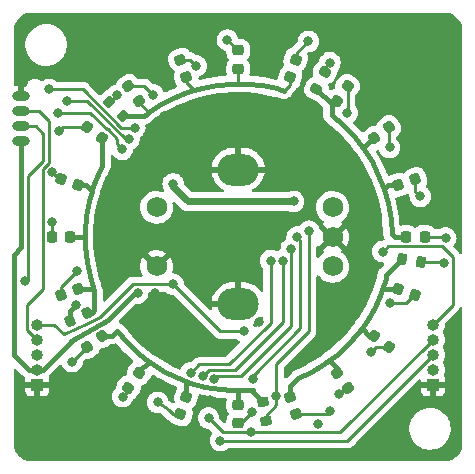
<source format=gtl>
%TF.GenerationSoftware,KiCad,Pcbnew,6.0.9-8da3e8f707~117~ubuntu22.04.1*%
%TF.CreationDate,2022-12-08T12:31:12-05:00*%
%TF.ProjectId,kicad_circular_tracks_test,6b696361-645f-4636-9972-63756c61725f,rev?*%
%TF.SameCoordinates,Original*%
%TF.FileFunction,Copper,L1,Top*%
%TF.FilePolarity,Positive*%
%FSLAX46Y46*%
G04 Gerber Fmt 4.6, Leading zero omitted, Abs format (unit mm)*
G04 Created by KiCad (PCBNEW 6.0.9-8da3e8f707~117~ubuntu22.04.1) date 2022-12-08 12:31:12*
%MOMM*%
%LPD*%
G01*
G04 APERTURE LIST*
G04 Aperture macros list*
%AMRoundRect*
0 Rectangle with rounded corners*
0 $1 Rounding radius*
0 $2 $3 $4 $5 $6 $7 $8 $9 X,Y pos of 4 corners*
0 Add a 4 corners polygon primitive as box body*
4,1,4,$2,$3,$4,$5,$6,$7,$8,$9,$2,$3,0*
0 Add four circle primitives for the rounded corners*
1,1,$1+$1,$2,$3*
1,1,$1+$1,$4,$5*
1,1,$1+$1,$6,$7*
1,1,$1+$1,$8,$9*
0 Add four rect primitives between the rounded corners*
20,1,$1+$1,$2,$3,$4,$5,0*
20,1,$1+$1,$4,$5,$6,$7,0*
20,1,$1+$1,$6,$7,$8,$9,0*
20,1,$1+$1,$8,$9,$2,$3,0*%
G04 Aperture macros list end*
%TA.AperFunction,SMDPad,CuDef*%
%ADD10O,1.500000X0.800000*%
%TD*%
%TA.AperFunction,SMDPad,CuDef*%
%ADD11RoundRect,0.218750X-0.176111X0.287229X-0.311306X-0.128858X0.176111X-0.287229X0.311306X0.128858X0*%
%TD*%
%TA.AperFunction,SMDPad,CuDef*%
%ADD12RoundRect,0.218750X0.256250X-0.218750X0.256250X0.218750X-0.256250X0.218750X-0.256250X-0.218750X0*%
%TD*%
%TA.AperFunction,SMDPad,CuDef*%
%ADD13RoundRect,0.218750X-0.256250X0.218750X-0.256250X-0.218750X0.256250X-0.218750X0.256250X0.218750X0*%
%TD*%
%TA.AperFunction,SMDPad,CuDef*%
%ADD14RoundRect,0.218750X-0.287229X-0.176111X0.128858X-0.311306X0.287229X0.176111X-0.128858X0.311306X0*%
%TD*%
%TA.AperFunction,SMDPad,CuDef*%
%ADD15RoundRect,0.218750X0.311306X-0.128858X0.176111X0.287229X-0.311306X0.128858X-0.176111X-0.287229X0*%
%TD*%
%TA.AperFunction,SMDPad,CuDef*%
%ADD16RoundRect,0.218750X0.327592X0.078733X-0.026352X0.335889X-0.327592X-0.078733X0.026352X-0.335889X0*%
%TD*%
%TA.AperFunction,SMDPad,CuDef*%
%ADD17RoundRect,0.218750X-0.128858X-0.311306X0.287229X-0.176111X0.128858X0.311306X-0.287229X0.176111X0*%
%TD*%
%TA.AperFunction,SMDPad,CuDef*%
%ADD18RoundRect,0.218750X0.287229X0.176111X-0.128858X0.311306X-0.287229X-0.176111X0.128858X-0.311306X0*%
%TD*%
%TA.AperFunction,SMDPad,CuDef*%
%ADD19RoundRect,0.218750X0.335889X-0.026352X0.078733X0.327592X-0.335889X0.026352X-0.078733X-0.327592X0*%
%TD*%
%TA.AperFunction,SMDPad,CuDef*%
%ADD20RoundRect,0.200000X-0.065042X-0.333758X0.297482X-0.164711X0.065042X0.333758X-0.297482X0.164711X0*%
%TD*%
%TA.AperFunction,SMDPad,CuDef*%
%ADD21RoundRect,0.218750X-0.335889X0.026352X-0.078733X-0.327592X0.335889X-0.026352X0.078733X0.327592X0*%
%TD*%
%TA.AperFunction,SMDPad,CuDef*%
%ADD22RoundRect,0.200000X0.302901X-0.154518X0.240327X0.240557X-0.302901X0.154518X-0.240327X-0.240557X0*%
%TD*%
%TA.AperFunction,SMDPad,CuDef*%
%ADD23RoundRect,0.218750X0.128858X0.311306X-0.287229X0.176111X-0.128858X-0.311306X0.287229X-0.176111X0*%
%TD*%
%TA.AperFunction,SMDPad,CuDef*%
%ADD24RoundRect,0.218750X-0.327592X-0.078733X0.026352X-0.335889X0.327592X0.078733X-0.026352X0.335889X0*%
%TD*%
%TA.AperFunction,SMDPad,CuDef*%
%ADD25RoundRect,0.200000X0.240557X0.240327X-0.154518X0.302901X-0.240557X-0.240327X0.154518X-0.302901X0*%
%TD*%
%TA.AperFunction,SMDPad,CuDef*%
%ADD26RoundRect,0.218750X-0.218750X-0.256250X0.218750X-0.256250X0.218750X0.256250X-0.218750X0.256250X0*%
%TD*%
%TA.AperFunction,SMDPad,CuDef*%
%ADD27RoundRect,0.218750X0.176111X-0.287229X0.311306X0.128858X-0.176111X0.287229X-0.311306X-0.128858X0*%
%TD*%
%TA.AperFunction,SMDPad,CuDef*%
%ADD28RoundRect,0.218750X0.026352X0.335889X-0.327592X0.078733X-0.026352X-0.335889X0.327592X-0.078733X0*%
%TD*%
%TA.AperFunction,SMDPad,CuDef*%
%ADD29RoundRect,0.200000X-0.154229X0.303049X-0.335825X-0.053354X0.154229X-0.303049X0.335825X0.053354X0*%
%TD*%
%TA.AperFunction,SMDPad,CuDef*%
%ADD30RoundRect,0.218750X0.078733X-0.327592X0.335889X0.026352X-0.078733X0.327592X-0.335889X-0.026352X0*%
%TD*%
%TA.AperFunction,SMDPad,CuDef*%
%ADD31RoundRect,0.200000X-0.335876X-0.053033X-0.053033X-0.335876X0.335876X0.053033X0.053033X0.335876X0*%
%TD*%
%TA.AperFunction,SMDPad,CuDef*%
%ADD32RoundRect,0.218750X0.218750X0.256250X-0.218750X0.256250X-0.218750X-0.256250X0.218750X-0.256250X0*%
%TD*%
%TA.AperFunction,SMDPad,CuDef*%
%ADD33RoundRect,0.218750X-0.026352X-0.335889X0.327592X-0.078733X0.026352X0.335889X-0.327592X0.078733X0*%
%TD*%
%TA.AperFunction,SMDPad,CuDef*%
%ADD34RoundRect,0.218750X-0.311306X0.128858X-0.176111X-0.287229X0.311306X-0.128858X0.176111X0.287229X0*%
%TD*%
%TA.AperFunction,SMDPad,CuDef*%
%ADD35RoundRect,0.218750X-0.078733X0.327592X-0.335889X-0.026352X0.078733X-0.327592X0.335889X0.026352X0*%
%TD*%
%TA.AperFunction,ComponentPad*%
%ADD36C,1.750000*%
%TD*%
%TA.AperFunction,ComponentPad*%
%ADD37O,3.500000X2.700000*%
%TD*%
%TA.AperFunction,ComponentPad*%
%ADD38O,1.000000X1.000000*%
%TD*%
%TA.AperFunction,ComponentPad*%
%ADD39R,1.000000X1.000000*%
%TD*%
%TA.AperFunction,ViaPad*%
%ADD40C,0.800000*%
%TD*%
%TA.AperFunction,Conductor*%
%ADD41C,0.400000*%
%TD*%
%TA.AperFunction,Conductor*%
%ADD42C,0.250000*%
%TD*%
%TA.AperFunction,Conductor*%
%ADD43C,0.600000*%
%TD*%
G04 APERTURE END LIST*
D10*
%TO.P,J3,1,Vcc*%
%TO.N,+3.3V*%
X131631000Y-91905000D03*
%TO.P,J3,3*%
%TO.N,I2C_SCL*%
X131631000Y-90635000D03*
%TO.P,J3,5*%
%TO.N,I2C_SDA*%
X131631000Y-89365000D03*
%TO.P,J3,7,GND*%
%TO.N,GND*%
X131631000Y-88095000D03*
%TD*%
D11*
%TO.P,D12,1,K*%
%TO.N,E*%
X154878605Y-84985195D03*
%TO.P,D12,2,A*%
%TO.N,/C_Col*%
X154391903Y-86483109D03*
%TD*%
D12*
%TO.P,D1,1,K*%
%TO.N,B*%
X150000000Y-115787500D03*
%TO.P,D1,2,A*%
%TO.N,/A_Col*%
X150000000Y-114212500D03*
%TD*%
D13*
%TO.P,D11,1,K*%
%TO.N,D*%
X150000000Y-84212500D03*
%TO.P,D11,2,A*%
%TO.N,/C_Col*%
X150000000Y-85787500D03*
%TD*%
D14*
%TO.P,D7,1,K*%
%TO.N,D*%
X134985195Y-95121394D03*
%TO.P,D7,2,A*%
%TO.N,/B_Col*%
X136483109Y-95608096D03*
%TD*%
D15*
%TO.P,D20,1,K*%
%TO.N,D*%
X154878605Y-115014804D03*
%TO.P,D20,2,A*%
%TO.N,/E_Col*%
X154391903Y-113516890D03*
%TD*%
D16*
%TO.P,D18,1,K*%
%TO.N,B*%
X162772355Y-109279659D03*
%TO.P,D18,2,A*%
%TO.N,/E_Col*%
X161498153Y-108353897D03*
%TD*%
D17*
%TO.P,D5,1,K*%
%TO.N,A*%
X134985195Y-104878605D03*
%TO.P,D5,2,A*%
%TO.N,/B_Col*%
X136483109Y-104391903D03*
%TD*%
D18*
%TO.P,D17,1,K*%
%TO.N,A*%
X165014804Y-104878605D03*
%TO.P,D17,2,A*%
%TO.N,/E_Col*%
X163516890Y-104391903D03*
%TD*%
D19*
%TO.P,D19,1,K*%
%TO.N,C*%
X159279659Y-112772355D03*
%TO.P,D19,2,A*%
%TO.N,/E_Col*%
X158353897Y-111498153D03*
%TD*%
D20*
%TO.P,R2,1*%
%TO.N,B*%
X135750000Y-107098660D03*
%TO.P,R2,2*%
%TO.N,/B_Col*%
X137245408Y-106401340D03*
%TD*%
D21*
%TO.P,D9,1,K*%
%TO.N,A*%
X140720340Y-87227644D03*
%TO.P,D9,2,A*%
%TO.N,/C_Col*%
X141646102Y-88501846D03*
%TD*%
D22*
%TO.P,R1,1*%
%TO.N,A*%
X152379058Y-115564843D03*
%TO.P,R1,2*%
%TO.N,/A_Col*%
X152120942Y-113935157D03*
%TD*%
D23*
%TO.P,D15,1,K*%
%TO.N,C*%
X165014804Y-95121394D03*
%TO.P,D15,2,A*%
%TO.N,/D_Col*%
X163516890Y-95608096D03*
%TD*%
D24*
%TO.P,D8,1,K*%
%TO.N,E*%
X137227644Y-90720340D03*
%TO.P,D8,2,A*%
%TO.N,/B_Col*%
X138501846Y-91646102D03*
%TD*%
D25*
%TO.P,R5,1*%
%TO.N,E*%
X165489843Y-102129058D03*
%TO.P,R5,2*%
%TO.N,/E_Col*%
X163860157Y-101870942D03*
%TD*%
D26*
%TO.P,D6,1,K*%
%TO.N,C*%
X134212500Y-100000000D03*
%TO.P,D6,2,A*%
%TO.N,/B_Col*%
X135787500Y-100000000D03*
%TD*%
D27*
%TO.P,D2,1,K*%
%TO.N,C*%
X145121394Y-115014804D03*
%TO.P,D2,2,A*%
%TO.N,/A_Col*%
X145608096Y-113516890D03*
%TD*%
D28*
%TO.P,D14,1,K*%
%TO.N,B*%
X162772355Y-90720340D03*
%TO.P,D14,2,A*%
%TO.N,/D_Col*%
X161498153Y-91646102D03*
%TD*%
D29*
%TO.P,R4,1*%
%TO.N,D*%
X157374542Y-86014920D03*
%TO.P,R4,2*%
%TO.N,/D_Col*%
X156625458Y-87485080D03*
%TD*%
D30*
%TO.P,D3,1,K*%
%TO.N,D*%
X140720340Y-112772355D03*
%TO.P,D3,2,A*%
%TO.N,/A_Col*%
X141646102Y-111498153D03*
%TD*%
D31*
%TO.P,R3,1*%
%TO.N,C*%
X139083274Y-88583274D03*
%TO.P,R3,2*%
%TO.N,/C_Col*%
X140250000Y-89750000D03*
%TD*%
D32*
%TO.P,D16,1,K*%
%TO.N,E*%
X165787500Y-100000000D03*
%TO.P,D16,2,A*%
%TO.N,/D_Col*%
X164212500Y-100000000D03*
%TD*%
D33*
%TO.P,D4,1,K*%
%TO.N,E*%
X137227644Y-109279659D03*
%TO.P,D4,2,A*%
%TO.N,/A_Col*%
X138501846Y-108353897D03*
%TD*%
D34*
%TO.P,D10,1,K*%
%TO.N,B*%
X145121394Y-84985195D03*
%TO.P,D10,2,A*%
%TO.N,/C_Col*%
X145608096Y-86483109D03*
%TD*%
D35*
%TO.P,D13,1,K*%
%TO.N,A*%
X159279659Y-87227644D03*
%TO.P,D13,2,A*%
%TO.N,/D_Col*%
X158353897Y-88501846D03*
%TD*%
D36*
%TO.P,S1,1,SW1*%
%TO.N,ENC_SW_RAW*%
X143100000Y-97500000D03*
%TO.P,S1,2,SW2*%
%TO.N,GND*%
X143100000Y-102500000D03*
%TO.P,S1,3,A*%
%TO.N,ENC_A_RAW*%
X158000000Y-102500000D03*
%TO.P,S1,4,COMM*%
%TO.N,GND*%
X158000000Y-100000000D03*
%TO.P,S1,5,B*%
%TO.N,ENC_B_RAW*%
X158000000Y-97500000D03*
D37*
%TO.P,S1,6,GND*%
%TO.N,GND*%
X150000000Y-94300000D03*
X150000000Y-105700000D03*
%TD*%
D38*
%TO.P,J4,5,Pin_5*%
%TO.N,INT*%
X133000000Y-107420000D03*
%TO.P,J4,4,Pin_4*%
%TO.N,I2C_SDA*%
X133000000Y-108690000D03*
%TO.P,J4,3,Pin_3*%
%TO.N,I2C_SCL*%
X133000000Y-109960000D03*
%TO.P,J4,2,Pin_2*%
%TO.N,+3.3V*%
X133000000Y-111230000D03*
D39*
%TO.P,J4,1,Pin_1*%
%TO.N,GND*%
X133000000Y-112500000D03*
%TD*%
%TO.P,J1,1,Pin_1*%
%TO.N,GND*%
X166500000Y-112500000D03*
D38*
%TO.P,J1,2,Pin_2*%
%TO.N,+3.3V*%
X166500000Y-111230000D03*
%TO.P,J1,3,Pin_3*%
%TO.N,I2C_SCL*%
X166500000Y-109960000D03*
%TO.P,J1,4,Pin_4*%
%TO.N,I2C_SDA*%
X166500000Y-108690000D03*
%TO.P,J1,5,Pin_5*%
%TO.N,INT*%
X166500000Y-107420000D03*
%TD*%
D40*
%TO.N,A*%
X153250000Y-113500000D03*
X142822754Y-87979752D03*
X136326396Y-102923604D03*
X156000000Y-99500000D03*
X162825273Y-105575273D03*
X159243935Y-89506065D03*
%TO.N,B*%
X161246763Y-109746763D03*
X146459489Y-85526787D03*
X136265922Y-105734078D03*
X151157645Y-114842355D03*
X155000000Y-100000000D03*
X151250000Y-112000000D03*
X162821488Y-92428512D03*
%TO.N,C*%
X143200000Y-114000000D03*
X152750000Y-102000000D03*
X134267089Y-98767089D03*
X165421170Y-96561033D03*
X139748788Y-87998788D03*
X158531054Y-113281054D03*
X146000000Y-111500000D03*
%TO.N,GND*%
X141250000Y-93250000D03*
X150750000Y-99250000D03*
X143500000Y-94250000D03*
X151800000Y-107200000D03*
X161100000Y-101900000D03*
X157000000Y-106750000D03*
X154500000Y-111000000D03*
X149250000Y-99250000D03*
X147600000Y-113800000D03*
X146500000Y-109800000D03*
X143750000Y-89750000D03*
X150750000Y-100750000D03*
X154500000Y-95300000D03*
X143000000Y-104750000D03*
X156800000Y-115800000D03*
X131750000Y-87000000D03*
X155750000Y-109750000D03*
X146500000Y-116500000D03*
X149250000Y-100750000D03*
X150000000Y-88250000D03*
%TO.N,+3.3V*%
X141500000Y-104750000D03*
X154700000Y-97000000D03*
X144500000Y-95500000D03*
%TO.N,D*%
X157765710Y-85234290D03*
X149085034Y-83335034D03*
X153775500Y-102000000D03*
X134235653Y-94488717D03*
X147000000Y-111750000D03*
X157771113Y-114771113D03*
X140222278Y-113527722D03*
%TO.N,E*%
X134861405Y-91023268D03*
X167441220Y-102191220D03*
X148000000Y-112000000D03*
X135936128Y-110563872D03*
X154500000Y-101000000D03*
X155944075Y-83444075D03*
X167583282Y-100083282D03*
%TO.N,I2C_SDA*%
X147500000Y-115325999D03*
X151113233Y-116525500D03*
%TO.N,I2C_SCL*%
X148500000Y-117250000D03*
X132000000Y-103750000D03*
%TO.N,SWDIO*%
X141250000Y-90750000D03*
X134000000Y-87500000D03*
%TO.N,INT*%
X144500000Y-104000000D03*
X162250000Y-101250000D03*
X150500000Y-108000000D03*
%TO.N,SWCLK*%
X135500000Y-88500000D03*
X140750000Y-91750000D03*
%TO.N,~{RESET}*%
X134750000Y-89500000D03*
X140195576Y-92581637D03*
%TD*%
D41*
%TO.N,/B_Col*%
X137832772Y-106167228D02*
X137598660Y-106401340D01*
X137108096Y-95608096D02*
X137610313Y-96110313D01*
X137168062Y-102083428D02*
X137024605Y-100799021D01*
X137015020Y-99984980D02*
X137009389Y-99506717D01*
X137363010Y-96949460D02*
X137610313Y-96110313D01*
X137608097Y-104391903D02*
X137733082Y-104266918D01*
X136483109Y-95608096D02*
X137108096Y-95608096D01*
X137832772Y-104577977D02*
X137733082Y-104266918D01*
X138501846Y-93979028D02*
X138490437Y-93990437D01*
X135787500Y-100000000D02*
X137000000Y-100000000D01*
X137122563Y-98219289D02*
X137363010Y-96949460D01*
X137832772Y-104577977D02*
X137832772Y-106167228D01*
X137610313Y-96110313D02*
X137728353Y-95709780D01*
X137009389Y-99506717D02*
X137122563Y-98219289D01*
X137733082Y-104266918D02*
X137438341Y-103347243D01*
X137438341Y-103347243D02*
X137168062Y-102083428D01*
X137024605Y-100799021D02*
X137015020Y-99984980D01*
X137000000Y-100000000D02*
X137015020Y-99984980D01*
X136483109Y-104391903D02*
X137608097Y-104391903D01*
X137728353Y-95709780D02*
X138214980Y-94512502D01*
X138501846Y-91646102D02*
X138501846Y-93979028D01*
X138214980Y-94512502D02*
X138490437Y-93990437D01*
X137598660Y-106401340D02*
X137245408Y-106401340D01*
%TO.N,/C_Col*%
X152044314Y-87161772D02*
X153308947Y-87428199D01*
D42*
X145608096Y-86483109D02*
X145608096Y-86858096D01*
D41*
X142065324Y-89750000D02*
X140250000Y-89750000D01*
X145672403Y-87741484D02*
X146303425Y-87553425D01*
D42*
X150000000Y-85787500D02*
X150000000Y-87000000D01*
D41*
X142260084Y-89555240D02*
X142065324Y-89750000D01*
D42*
X154391903Y-87108097D02*
X153888127Y-87611873D01*
X145608096Y-86858096D02*
X146303425Y-87553425D01*
D41*
X142437177Y-89437177D02*
X143335415Y-88838342D01*
X149467132Y-87010952D02*
X149984533Y-87015467D01*
X143335415Y-88838342D02*
X144476614Y-88231758D01*
D42*
X154391903Y-86483109D02*
X154391903Y-87108097D01*
D41*
X142260084Y-89555240D02*
X142437177Y-89437177D01*
X146303425Y-87553425D02*
X146910964Y-87372365D01*
X150759476Y-87022230D02*
X152044314Y-87161772D01*
X146910964Y-87372365D02*
X148180054Y-87128049D01*
D42*
X141646102Y-88646102D02*
X142437177Y-89437177D01*
X141646102Y-88501846D02*
X141646102Y-88646102D01*
D41*
X153308947Y-87428199D02*
X153888127Y-87611873D01*
D42*
X150000000Y-87000000D02*
X149984533Y-87015467D01*
D41*
X149984533Y-87015467D02*
X150759476Y-87022230D01*
X144476614Y-88231758D02*
X145672403Y-87741484D01*
X148180054Y-87128049D02*
X149467132Y-87010952D01*
D42*
%TO.N,A*%
X159279659Y-87227644D02*
X159279659Y-89470341D01*
X140720340Y-87227644D02*
X142070646Y-87227644D01*
X153250000Y-114250000D02*
X153250000Y-113500000D01*
X156000000Y-108000000D02*
X156000000Y-99500000D01*
X164174727Y-105575273D02*
X162825273Y-105575273D01*
X153250000Y-113500000D02*
X153250000Y-110750000D01*
X164871395Y-104878605D02*
X164174727Y-105575273D01*
X142070646Y-87227644D02*
X142822754Y-87979752D01*
X134985195Y-104264805D02*
X136326396Y-102923604D01*
X159279659Y-89470341D02*
X159243935Y-89506065D01*
X152379058Y-115120942D02*
X153250000Y-114250000D01*
X153250000Y-110750000D02*
X156000000Y-108000000D01*
X134985195Y-104878605D02*
X134985195Y-104264805D01*
X152379058Y-115564843D02*
X152379058Y-115120942D01*
%TO.N,B*%
X150212500Y-115787500D02*
X151157645Y-114842355D01*
X162772355Y-109279659D02*
X161713867Y-109279659D01*
X161713867Y-109279659D02*
X161246763Y-109746763D01*
X145917897Y-84985195D02*
X146459489Y-85526787D01*
X151250000Y-111750000D02*
X155250000Y-107750000D01*
X162772355Y-90720340D02*
X162772355Y-92379379D01*
X145121394Y-84985195D02*
X145917897Y-84985195D01*
D41*
X135750000Y-107098660D02*
X135750000Y-106250000D01*
D42*
X162772355Y-92379379D02*
X162821488Y-92428512D01*
X151250000Y-112000000D02*
X151250000Y-111750000D01*
X155250000Y-107750000D02*
X155250000Y-100250000D01*
X155250000Y-100250000D02*
X155000000Y-100000000D01*
D41*
X135750000Y-106250000D02*
X136265922Y-105734078D01*
D42*
%TO.N,C*%
X159039753Y-112772355D02*
X158531054Y-113281054D01*
X165014804Y-95121394D02*
X165014804Y-96154667D01*
X144141768Y-114641768D02*
X144108232Y-114641768D01*
X144108232Y-114641768D02*
X144481268Y-115014804D01*
X144481268Y-115014804D02*
X145121394Y-115014804D01*
X152750000Y-102000000D02*
X152750000Y-107275306D01*
X143200000Y-114000000D02*
X144141768Y-114641768D01*
X152512653Y-107512653D02*
X152750000Y-107275305D01*
X139083274Y-88583274D02*
X139164302Y-88583274D01*
X146000000Y-111500000D02*
X146700000Y-110800000D01*
X146700000Y-110800000D02*
X149225305Y-110800000D01*
X165014804Y-96154667D02*
X165421170Y-96561033D01*
X152750000Y-107275306D02*
X152512653Y-107512653D01*
X149225305Y-110800000D02*
X152512653Y-107512653D01*
X139164302Y-88583274D02*
X139748788Y-87998788D01*
X134212500Y-100000000D02*
X134212500Y-98821678D01*
X134212500Y-98821678D02*
X134267089Y-98767089D01*
D41*
%TO.N,/D_Col*%
X157921023Y-88780645D02*
X156625458Y-87485080D01*
X164212500Y-100000000D02*
X163263731Y-100000000D01*
X157921023Y-89691911D02*
X158905392Y-90529346D01*
X163516890Y-95608096D02*
X162661159Y-95608096D01*
X158905392Y-90529346D02*
X159801747Y-91460383D01*
X160601227Y-92475820D02*
X161295931Y-93565621D01*
X161430945Y-91646102D02*
X160601227Y-92475820D01*
X161878994Y-94719015D02*
X162344652Y-95924603D01*
X162906552Y-98444302D02*
X162997241Y-99733510D01*
X162661159Y-95608096D02*
X162344652Y-95924603D01*
X162344652Y-95924603D02*
X162688304Y-97170470D01*
X157921023Y-88934720D02*
X158353897Y-88501846D01*
X159801747Y-91460383D02*
X160601227Y-92475820D01*
X163263731Y-100000000D02*
X162997241Y-99733510D01*
X161295931Y-93565621D02*
X161878994Y-94719015D01*
X162688304Y-97170470D02*
X162906552Y-98444302D01*
X157921023Y-89691911D02*
X157921023Y-88780645D01*
D42*
%TO.N,GND*%
X131631000Y-88095000D02*
X131631000Y-87119000D01*
X131631000Y-87119000D02*
X131750000Y-87000000D01*
D41*
%TO.N,+3.3V*%
X131631000Y-100869000D02*
X131000000Y-101500000D01*
X139000000Y-107000000D02*
X141250000Y-104750000D01*
X133502793Y-111230000D02*
X135851852Y-108880941D01*
X135851852Y-108851852D02*
X139000000Y-107000000D01*
D43*
X154700000Y-97000000D02*
X145750000Y-97000000D01*
X145750000Y-97000000D02*
X144500000Y-95750000D01*
D41*
X131631000Y-91905000D02*
X131631000Y-100869000D01*
X135851852Y-108880941D02*
X135851852Y-108851852D01*
D43*
X144500000Y-95750000D02*
X144500000Y-95500000D01*
D41*
X141250000Y-104750000D02*
X141500000Y-104750000D01*
X133000000Y-111230000D02*
X133502793Y-111230000D01*
X131000000Y-109962106D02*
X132267894Y-111230000D01*
X131000000Y-101500000D02*
X131000000Y-109962106D01*
X132267894Y-111230000D02*
X133000000Y-111230000D01*
D42*
%TO.N,D*%
X154878605Y-115014804D02*
X157527422Y-115014804D01*
X149962500Y-84212500D02*
X149085034Y-83335034D01*
X157374542Y-85625458D02*
X157765710Y-85234290D01*
X153775500Y-107224500D02*
X153775500Y-102000000D01*
X147500000Y-111250000D02*
X149750000Y-111250000D01*
X157374542Y-86014920D02*
X157374542Y-85625458D01*
X140720340Y-113029660D02*
X140222278Y-113527722D01*
X134868330Y-95121394D02*
X134235653Y-94488717D01*
X149750000Y-111250000D02*
X153775500Y-107224500D01*
X147000000Y-111750000D02*
X147500000Y-111250000D01*
X157527422Y-115014804D02*
X157771113Y-114771113D01*
%TO.N,E*%
X154500000Y-107500000D02*
X154500000Y-101000000D01*
X137227644Y-90720340D02*
X135164333Y-90720340D01*
X154878605Y-84509545D02*
X155944075Y-83444075D01*
X165489843Y-102129058D02*
X167379058Y-102129058D01*
X135164333Y-90720340D02*
X134861405Y-91023268D01*
X137220341Y-109279659D02*
X135936128Y-110563872D01*
X167379058Y-102129058D02*
X167441220Y-102191220D01*
X148000000Y-112000000D02*
X148250000Y-111750000D01*
X150250000Y-111750000D02*
X154500000Y-107500000D01*
X165787500Y-100000000D02*
X167500000Y-100000000D01*
X148250000Y-111750000D02*
X150250000Y-111750000D01*
X167500000Y-100000000D02*
X167583282Y-100083282D01*
X154878605Y-84985195D02*
X154878605Y-84509545D01*
D41*
%TO.N,/E_Col*%
X160143547Y-108130667D02*
X159286109Y-109097662D01*
X156201468Y-111425457D02*
X155036364Y-111984754D01*
X157305281Y-110753239D02*
X156201468Y-111425457D01*
X162501327Y-103565964D02*
X162200669Y-104450669D01*
X163516890Y-104391903D02*
X162259435Y-104391903D01*
X159286109Y-109097662D02*
X158336893Y-109974743D01*
X157703059Y-110453059D02*
X157305281Y-110753239D01*
X154391903Y-113516890D02*
X154391903Y-112629215D01*
X158353897Y-111103897D02*
X157703059Y-110453059D01*
X161550182Y-105965951D02*
X160900732Y-107083312D01*
X161498153Y-108353897D02*
X161103897Y-108353897D01*
X158336893Y-109974743D02*
X157703059Y-110453059D01*
X154391903Y-112629215D02*
X155036364Y-111984754D01*
X162085477Y-104789627D02*
X161550182Y-105965951D01*
X162501327Y-103229772D02*
X163860157Y-101870942D01*
X162501327Y-103565964D02*
X162501327Y-103229772D01*
X160900732Y-107083312D02*
X160452843Y-107702843D01*
X162259435Y-104391903D02*
X162200669Y-104450669D01*
X161103897Y-108353897D02*
X160452843Y-107702843D01*
X162200669Y-104450669D02*
X162085477Y-104789627D01*
X158353897Y-111498153D02*
X158353897Y-111103897D01*
X160452843Y-107702843D02*
X160143547Y-108130667D01*
%TO.N,/A_Col*%
X145608096Y-113516890D02*
X145608096Y-112391904D01*
X150254390Y-112978146D02*
X150263122Y-112986878D01*
X144755240Y-111895032D02*
X143600074Y-111315487D01*
X149773119Y-112997993D02*
X149478146Y-112978146D01*
X151290795Y-112935731D02*
X151290795Y-113105010D01*
X142433953Y-110566047D02*
X141490292Y-109827725D01*
X139314599Y-108353897D02*
X139716097Y-107952399D01*
X145608096Y-112391904D02*
X145731357Y-112268643D01*
X147209150Y-112696867D02*
X145962241Y-112357014D01*
X141646102Y-111353898D02*
X142433953Y-110566047D01*
X150000000Y-112999973D02*
X150000000Y-114212500D01*
X138501846Y-108353897D02*
X139314599Y-108353897D01*
X149478146Y-112978146D02*
X148483641Y-112911233D01*
X143600074Y-111315487D02*
X142508161Y-110624107D01*
X151290795Y-113105010D02*
X152120942Y-113935157D01*
X150263122Y-112986878D02*
X150000000Y-112999973D01*
X151290795Y-112935731D02*
X150263122Y-112986878D01*
X140556528Y-108934212D02*
X139716097Y-107952399D01*
X149478146Y-112978146D02*
X150254390Y-112978146D01*
X141490292Y-109827725D02*
X140556528Y-108934212D01*
X145731357Y-112268643D02*
X144755240Y-111895032D01*
X145962241Y-112357014D02*
X145731357Y-112268643D01*
X142508161Y-110624107D02*
X142433953Y-110566047D01*
X148483641Y-112911233D02*
X147209150Y-112696867D01*
D42*
%TO.N,I2C_SDA*%
X133115000Y-89365000D02*
X131631000Y-89365000D01*
X132150000Y-105750000D02*
X133450000Y-104450000D01*
X148724001Y-116550000D02*
X151088733Y-116550000D01*
X132160000Y-107350000D02*
X132160000Y-107850000D01*
X133450000Y-94249065D02*
X133949501Y-93749564D01*
X147500000Y-115325999D02*
X148724001Y-116550000D01*
X133949501Y-90199501D02*
X133115000Y-89365000D01*
X151088733Y-116550000D02*
X151113233Y-116525500D01*
X132160000Y-107350000D02*
X132150000Y-107350000D01*
X166500000Y-108690000D02*
X158664500Y-116525500D01*
X132160000Y-107850000D02*
X133000000Y-108690000D01*
X133450000Y-104450000D02*
X133450000Y-94249065D01*
X133949501Y-93749564D02*
X133949501Y-90199501D01*
X132150000Y-107350000D02*
X132150000Y-105750000D01*
X158664500Y-116525500D02*
X151113233Y-116525500D01*
%TO.N,I2C_SCL*%
X133500000Y-91250000D02*
X132885000Y-90635000D01*
X133500000Y-93563375D02*
X133500000Y-91250000D01*
X162000000Y-114460000D02*
X162000000Y-114500000D01*
X132250000Y-103750000D02*
X132250000Y-94813375D01*
X132885000Y-90635000D02*
X131631000Y-90635000D01*
X148500000Y-117250000D02*
X159250000Y-117250000D01*
X162000000Y-114500000D02*
X159500000Y-117000000D01*
X132250000Y-94813375D02*
X133500000Y-93563375D01*
X159250000Y-117250000D02*
X159500000Y-117000000D01*
X166500000Y-109960000D02*
X162000000Y-114460000D01*
%TO.N,SWDIO*%
X136868629Y-87500000D02*
X140118629Y-90750000D01*
X140118629Y-90750000D02*
X141250000Y-90750000D01*
X134000000Y-87500000D02*
X136868629Y-87500000D01*
%TO.N,INT*%
X168166220Y-101666220D02*
X168166220Y-105753780D01*
X135250000Y-108250000D02*
X134420000Y-107420000D01*
X162700000Y-100800000D02*
X167300000Y-100800000D01*
X141086306Y-104000000D02*
X144500000Y-104000000D01*
X168166220Y-105753780D02*
X166500000Y-107420000D01*
X167300000Y-100800000D02*
X168166220Y-101666220D01*
X148500000Y-108000000D02*
X150500000Y-108000000D01*
X162250000Y-101250000D02*
X162700000Y-100800000D01*
X138326298Y-106760008D02*
X141086306Y-104000000D01*
X144500000Y-104000000D02*
X148500000Y-108000000D01*
X137313811Y-107300499D02*
X138326298Y-106760008D01*
X135250000Y-108250000D02*
X137313811Y-107300499D01*
X134420000Y-107420000D02*
X133000000Y-107420000D01*
%TO.N,SWCLK*%
X137232939Y-88500000D02*
X135500000Y-88500000D01*
X140482939Y-91750000D02*
X137232939Y-88500000D01*
X140750000Y-91750000D02*
X140482939Y-91750000D01*
%TO.N,~{RESET}*%
X138970411Y-90899002D02*
X139775500Y-91704091D01*
X137478620Y-89500000D02*
X138877622Y-90899002D01*
X134750000Y-89500000D02*
X137478620Y-89500000D01*
X139775500Y-91704091D02*
X139775500Y-92161561D01*
X138877622Y-90899002D02*
X138970411Y-90899002D01*
X139775500Y-92161561D02*
X140195576Y-92581637D01*
%TD*%
%TA.AperFunction,Conductor*%
%TO.N,GND*%
G36*
X168941297Y-105957674D02*
G01*
X168983681Y-106014631D01*
X168991500Y-106058326D01*
X168991500Y-117450633D01*
X168990000Y-117470018D01*
X168987690Y-117484851D01*
X168987690Y-117484855D01*
X168986309Y-117493724D01*
X168988136Y-117507693D01*
X168988304Y-117508976D01*
X168989047Y-117534302D01*
X168978224Y-117685637D01*
X168976962Y-117703279D01*
X168974404Y-117721064D01*
X168938101Y-117887949D01*
X168933001Y-117911392D01*
X168927937Y-117928641D01*
X168859864Y-118111150D01*
X168852396Y-118127502D01*
X168759048Y-118298458D01*
X168749328Y-118313582D01*
X168632598Y-118469514D01*
X168620825Y-118483100D01*
X168483100Y-118620825D01*
X168469514Y-118632598D01*
X168313582Y-118749328D01*
X168298458Y-118759048D01*
X168127502Y-118852396D01*
X168111150Y-118859864D01*
X167928641Y-118927937D01*
X167911393Y-118933001D01*
X167721064Y-118974404D01*
X167703285Y-118976961D01*
X167541395Y-118988540D01*
X167523435Y-118987793D01*
X167515155Y-118987692D01*
X167506276Y-118986309D01*
X167474714Y-118990436D01*
X167458379Y-118991500D01*
X132549367Y-118991500D01*
X132529982Y-118990000D01*
X132515149Y-118987690D01*
X132515145Y-118987690D01*
X132506276Y-118986309D01*
X132491019Y-118988304D01*
X132465698Y-118989047D01*
X132296715Y-118976961D01*
X132278936Y-118974404D01*
X132088607Y-118933001D01*
X132071359Y-118927937D01*
X131888850Y-118859864D01*
X131872498Y-118852396D01*
X131701542Y-118759048D01*
X131686418Y-118749328D01*
X131530486Y-118632598D01*
X131516900Y-118620825D01*
X131379175Y-118483100D01*
X131367402Y-118469514D01*
X131250672Y-118313582D01*
X131240952Y-118298458D01*
X131147604Y-118127502D01*
X131140136Y-118111150D01*
X131072063Y-117928641D01*
X131066999Y-117911392D01*
X131061899Y-117887949D01*
X131025596Y-117721064D01*
X131023038Y-117703278D01*
X131021777Y-117685637D01*
X131011719Y-117545011D01*
X131012805Y-117522245D01*
X131012334Y-117522203D01*
X131012770Y-117517345D01*
X131013576Y-117512552D01*
X131013729Y-117500000D01*
X131009773Y-117472376D01*
X131008500Y-117454514D01*
X131008500Y-113044669D01*
X131992001Y-113044669D01*
X131992371Y-113051490D01*
X131997895Y-113102352D01*
X132001521Y-113117604D01*
X132046676Y-113238054D01*
X132055214Y-113253649D01*
X132131715Y-113355724D01*
X132144276Y-113368285D01*
X132246351Y-113444786D01*
X132261946Y-113453324D01*
X132382394Y-113498478D01*
X132397649Y-113502105D01*
X132448514Y-113507631D01*
X132455328Y-113508000D01*
X132727885Y-113508000D01*
X132743124Y-113503525D01*
X132744329Y-113502135D01*
X132746000Y-113494452D01*
X132746000Y-113489884D01*
X133254000Y-113489884D01*
X133258475Y-113505123D01*
X133259865Y-113506328D01*
X133267548Y-113507999D01*
X133544669Y-113507999D01*
X133551490Y-113507629D01*
X133602352Y-113502105D01*
X133617604Y-113498479D01*
X133738054Y-113453324D01*
X133753649Y-113444786D01*
X133855724Y-113368285D01*
X133868285Y-113355724D01*
X133944786Y-113253649D01*
X133953324Y-113238054D01*
X133998478Y-113117606D01*
X134002105Y-113102351D01*
X134007631Y-113051486D01*
X134008000Y-113044672D01*
X134008000Y-112772115D01*
X134003525Y-112756876D01*
X134002135Y-112755671D01*
X133994452Y-112754000D01*
X133272115Y-112754000D01*
X133256876Y-112758475D01*
X133255671Y-112759865D01*
X133254000Y-112767548D01*
X133254000Y-113489884D01*
X132746000Y-113489884D01*
X132746000Y-112772115D01*
X132741525Y-112756876D01*
X132740135Y-112755671D01*
X132732452Y-112754000D01*
X132010116Y-112754000D01*
X131994877Y-112758475D01*
X131993672Y-112759865D01*
X131992001Y-112767548D01*
X131992001Y-113044669D01*
X131008500Y-113044669D01*
X131008500Y-111276766D01*
X131028502Y-111208645D01*
X131082158Y-111162152D01*
X131152432Y-111152048D01*
X131217012Y-111181542D01*
X131223595Y-111187671D01*
X131746444Y-111710520D01*
X131752298Y-111716785D01*
X131790333Y-111760385D01*
X131797439Y-111765379D01*
X131842613Y-111797128D01*
X131847908Y-111801061D01*
X131898176Y-111840476D01*
X131905092Y-111843599D01*
X131907378Y-111844983D01*
X131922044Y-111853348D01*
X131924413Y-111854618D01*
X131930633Y-111858990D01*
X131930634Y-111858991D01*
X131930635Y-111858991D01*
X131930116Y-111859729D01*
X131976124Y-111905042D01*
X131992000Y-111966268D01*
X131992000Y-112227885D01*
X131996475Y-112243124D01*
X131997865Y-112244329D01*
X132005548Y-112246000D01*
X133989884Y-112246000D01*
X134005123Y-112241525D01*
X134006328Y-112240135D01*
X134007999Y-112232452D01*
X134007999Y-111955331D01*
X134007629Y-111948510D01*
X134002105Y-111897648D01*
X133998479Y-111882397D01*
X133987284Y-111852534D01*
X133982101Y-111781727D01*
X134011186Y-111724489D01*
X134016224Y-111718834D01*
X134021209Y-111713554D01*
X134882084Y-110852679D01*
X134944396Y-110818653D01*
X135015211Y-110823718D01*
X135072047Y-110866265D01*
X135091011Y-110902837D01*
X135101601Y-110935428D01*
X135197088Y-111100816D01*
X135201506Y-111105723D01*
X135201507Y-111105724D01*
X135308326Y-111224359D01*
X135324875Y-111242738D01*
X135479376Y-111354990D01*
X135485404Y-111357674D01*
X135485406Y-111357675D01*
X135581926Y-111400648D01*
X135653840Y-111432666D01*
X135747241Y-111452519D01*
X135834184Y-111471000D01*
X135834189Y-111471000D01*
X135840641Y-111472372D01*
X136031615Y-111472372D01*
X136038067Y-111471000D01*
X136038072Y-111471000D01*
X136125015Y-111452519D01*
X136218416Y-111432666D01*
X136290330Y-111400648D01*
X136386850Y-111357675D01*
X136386852Y-111357674D01*
X136392880Y-111354990D01*
X136547381Y-111242738D01*
X136563930Y-111224359D01*
X136670749Y-111105724D01*
X136670750Y-111105723D01*
X136675168Y-111100816D01*
X136770655Y-110935428D01*
X136829670Y-110753800D01*
X136847035Y-110588578D01*
X136874048Y-110522922D01*
X136883250Y-110512654D01*
X137020155Y-110375749D01*
X137082467Y-110341723D01*
X137128852Y-110340378D01*
X137144779Y-110342887D01*
X137164673Y-110346020D01*
X137164676Y-110346020D01*
X137171907Y-110347159D01*
X137341001Y-110334296D01*
X137502603Y-110282878D01*
X137580673Y-110237531D01*
X137586885Y-110233923D01*
X137586888Y-110233921D01*
X137589665Y-110232308D01*
X138021797Y-109918346D01*
X138097654Y-109850226D01*
X138196252Y-109712251D01*
X138260465Y-109555295D01*
X138265933Y-109520574D01*
X138296288Y-109456395D01*
X138356523Y-109418815D01*
X138410000Y-109415710D01*
X138429715Y-109418815D01*
X138438876Y-109420258D01*
X138438877Y-109420258D01*
X138446109Y-109421397D01*
X138615203Y-109408534D01*
X138776805Y-109357116D01*
X138863867Y-109306546D01*
X139166788Y-109086461D01*
X139240850Y-109062397D01*
X139285687Y-109062397D01*
X139294257Y-109062689D01*
X139344375Y-109066106D01*
X139344379Y-109066106D01*
X139351951Y-109066622D01*
X139359428Y-109065317D01*
X139359429Y-109065317D01*
X139406378Y-109057123D01*
X139414902Y-109055635D01*
X139421420Y-109054674D01*
X139484841Y-109046999D01*
X139491942Y-109044316D01*
X139494551Y-109043675D01*
X139510861Y-109039212D01*
X139513397Y-109038447D01*
X139520883Y-109037140D01*
X139574226Y-109013724D01*
X139644640Y-109004659D01*
X139708779Y-109035102D01*
X139720590Y-109047162D01*
X140009050Y-109384149D01*
X140011558Y-109387173D01*
X140032952Y-109413818D01*
X140035937Y-109416674D01*
X140036694Y-109417399D01*
X140041099Y-109422055D01*
X140041153Y-109422002D01*
X140043782Y-109424723D01*
X140046255Y-109427612D01*
X140049055Y-109430181D01*
X140049056Y-109430182D01*
X140072284Y-109451493D01*
X140074197Y-109453285D01*
X140442238Y-109805461D01*
X140990175Y-110329779D01*
X140992994Y-110332563D01*
X141001983Y-110341723D01*
X141016924Y-110356948D01*
X141020164Y-110359483D01*
X141020174Y-110359492D01*
X141021013Y-110360148D01*
X141025846Y-110364332D01*
X141025895Y-110364274D01*
X141028780Y-110366719D01*
X141031531Y-110369352D01*
X141042464Y-110377542D01*
X141059795Y-110390525D01*
X141061892Y-110392131D01*
X141093480Y-110416845D01*
X141134806Y-110474574D01*
X141138361Y-110545482D01*
X141103016Y-110607055D01*
X141089275Y-110618468D01*
X141080179Y-110624992D01*
X141080176Y-110624995D01*
X141074589Y-110629002D01*
X141007415Y-110704000D01*
X140693453Y-111136132D01*
X140642358Y-111224359D01*
X140591223Y-111386050D01*
X140578655Y-111555167D01*
X140584184Y-111589879D01*
X140575145Y-111660298D01*
X140529471Y-111714652D01*
X140479572Y-111734129D01*
X140450706Y-111738727D01*
X140450705Y-111738727D01*
X140443474Y-111739879D01*
X140286630Y-111804365D01*
X140148827Y-111903204D01*
X140081653Y-111978202D01*
X139767691Y-112410334D01*
X139716596Y-112498561D01*
X139665461Y-112660252D01*
X139658019Y-112760398D01*
X139633023Y-112826850D01*
X139616677Y-112844696D01*
X139616369Y-112844973D01*
X139611025Y-112848856D01*
X139606604Y-112853766D01*
X139606603Y-112853767D01*
X139491523Y-112981577D01*
X139483238Y-112990778D01*
X139448188Y-113051486D01*
X139393742Y-113145790D01*
X139387751Y-113156166D01*
X139328736Y-113337794D01*
X139328046Y-113344355D01*
X139328046Y-113344357D01*
X139311466Y-113502105D01*
X139308774Y-113527722D01*
X139309464Y-113534287D01*
X139325232Y-113684308D01*
X139328736Y-113717650D01*
X139387751Y-113899278D01*
X139483238Y-114064666D01*
X139487656Y-114069573D01*
X139487657Y-114069574D01*
X139596024Y-114189928D01*
X139611025Y-114206588D01*
X139765526Y-114318840D01*
X139771554Y-114321524D01*
X139771556Y-114321525D01*
X139905823Y-114381304D01*
X139939990Y-114396516D01*
X140018844Y-114413277D01*
X140120334Y-114434850D01*
X140120339Y-114434850D01*
X140126791Y-114436222D01*
X140317765Y-114436222D01*
X140324217Y-114434850D01*
X140324222Y-114434850D01*
X140425712Y-114413277D01*
X140504566Y-114396516D01*
X140538733Y-114381304D01*
X140673000Y-114321525D01*
X140673002Y-114321524D01*
X140679030Y-114318840D01*
X140833531Y-114206588D01*
X140848532Y-114189928D01*
X140956899Y-114069574D01*
X140956900Y-114069573D01*
X140961318Y-114064666D01*
X141056805Y-113899278D01*
X141083474Y-113817199D01*
X141123547Y-113758593D01*
X141142222Y-113745933D01*
X141147286Y-113743126D01*
X141154050Y-113740345D01*
X141291853Y-113641506D01*
X141359027Y-113566508D01*
X141672989Y-113134376D01*
X141724084Y-113046149D01*
X141765312Y-112915783D01*
X141773010Y-112891443D01*
X141775219Y-112884458D01*
X141787787Y-112715341D01*
X141782258Y-112680628D01*
X141791297Y-112610210D01*
X141836971Y-112555856D01*
X141886870Y-112536379D01*
X141915736Y-112531781D01*
X141915737Y-112531781D01*
X141922968Y-112530629D01*
X142079812Y-112466143D01*
X142217615Y-112367304D01*
X142284789Y-112292306D01*
X142598751Y-111860174D01*
X142603567Y-111851859D01*
X142644182Y-111781727D01*
X142649846Y-111771947D01*
X142658367Y-111745005D01*
X142697977Y-111686087D01*
X142763154Y-111657937D01*
X142833204Y-111669493D01*
X142845903Y-111676544D01*
X143209026Y-111906466D01*
X143212324Y-111908628D01*
X143237203Y-111925500D01*
X143237208Y-111925503D01*
X143240616Y-111927814D01*
X143245247Y-111930138D01*
X143250821Y-111933291D01*
X143250858Y-111933224D01*
X143254182Y-111935058D01*
X143257386Y-111937087D01*
X143260810Y-111938716D01*
X143260812Y-111938717D01*
X143289264Y-111952252D01*
X143291638Y-111953412D01*
X144424798Y-112521916D01*
X144428309Y-112523747D01*
X144454726Y-112538057D01*
X144454732Y-112538060D01*
X144458358Y-112540024D01*
X144462210Y-112541498D01*
X144462216Y-112541501D01*
X144463183Y-112541871D01*
X144469053Y-112544459D01*
X144469083Y-112544389D01*
X144472576Y-112545886D01*
X144475965Y-112547586D01*
X144479534Y-112548867D01*
X144479539Y-112548869D01*
X144509223Y-112559522D01*
X144511660Y-112560425D01*
X144754234Y-112653271D01*
X144754968Y-112653552D01*
X144811437Y-112696584D01*
X144835678Y-112763314D01*
X144819994Y-112832556D01*
X144811415Y-112845900D01*
X144795972Y-112866885D01*
X144755262Y-112958971D01*
X144754266Y-112962037D01*
X144754265Y-112962039D01*
X144703719Y-113117604D01*
X144590202Y-113466972D01*
X144589521Y-113470156D01*
X144589520Y-113470159D01*
X144581503Y-113507631D01*
X144568872Y-113566670D01*
X144568926Y-113573559D01*
X144568926Y-113573560D01*
X144570137Y-113727659D01*
X144570204Y-113736249D01*
X144571944Y-113743358D01*
X144571944Y-113743361D01*
X144608478Y-113892659D01*
X144610512Y-113900973D01*
X144613841Y-113907492D01*
X144613843Y-113907498D01*
X144616282Y-113912274D01*
X144629447Y-113982039D01*
X144602804Y-114047847D01*
X144544812Y-114088804D01*
X144473883Y-114091906D01*
X144433111Y-114073697D01*
X144419859Y-114064666D01*
X144196229Y-113912274D01*
X144142507Y-113875665D01*
X144097478Y-113820775D01*
X144094055Y-113809905D01*
X144093542Y-113810072D01*
X144077918Y-113761986D01*
X144034527Y-113628444D01*
X144000152Y-113568904D01*
X143961585Y-113502105D01*
X143939040Y-113463056D01*
X143818129Y-113328770D01*
X143815675Y-113326045D01*
X143815674Y-113326044D01*
X143811253Y-113321134D01*
X143656752Y-113208882D01*
X143650724Y-113206198D01*
X143650722Y-113206197D01*
X143488319Y-113133891D01*
X143488318Y-113133891D01*
X143482288Y-113131206D01*
X143388888Y-113111353D01*
X143301944Y-113092872D01*
X143301939Y-113092872D01*
X143295487Y-113091500D01*
X143104513Y-113091500D01*
X143098061Y-113092872D01*
X143098056Y-113092872D01*
X143011112Y-113111353D01*
X142917712Y-113131206D01*
X142911682Y-113133891D01*
X142911681Y-113133891D01*
X142749278Y-113206197D01*
X142749276Y-113206198D01*
X142743248Y-113208882D01*
X142588747Y-113321134D01*
X142584326Y-113326044D01*
X142584325Y-113326045D01*
X142581872Y-113328770D01*
X142460960Y-113463056D01*
X142438415Y-113502105D01*
X142399849Y-113568904D01*
X142365473Y-113628444D01*
X142306458Y-113810072D01*
X142305768Y-113816633D01*
X142305768Y-113816635D01*
X142290300Y-113963803D01*
X142286496Y-114000000D01*
X142287186Y-114006565D01*
X142305458Y-114180409D01*
X142306458Y-114189928D01*
X142365473Y-114371556D01*
X142368776Y-114377278D01*
X142368777Y-114377279D01*
X142378334Y-114393832D01*
X142460960Y-114536944D01*
X142465378Y-114541851D01*
X142465379Y-114541852D01*
X142564596Y-114652044D01*
X142588747Y-114678866D01*
X142665879Y-114734906D01*
X142734028Y-114784419D01*
X142743248Y-114791118D01*
X142749276Y-114793802D01*
X142749278Y-114793803D01*
X142892493Y-114857566D01*
X142917712Y-114868794D01*
X142998918Y-114886055D01*
X143098056Y-114907128D01*
X143098061Y-114907128D01*
X143104513Y-114908500D01*
X143295487Y-114908500D01*
X143301942Y-114907128D01*
X143301951Y-114907127D01*
X143328756Y-114901429D01*
X143399547Y-114906830D01*
X143425908Y-114920553D01*
X143613783Y-115048581D01*
X143629081Y-115060852D01*
X143665899Y-115095426D01*
X143668742Y-115098182D01*
X143977611Y-115407051D01*
X143985155Y-115415341D01*
X143989268Y-115421822D01*
X143995045Y-115427247D01*
X144038935Y-115468462D01*
X144041777Y-115471217D01*
X144061499Y-115490939D01*
X144064623Y-115493362D01*
X144064627Y-115493366D01*
X144064692Y-115493416D01*
X144073713Y-115501121D01*
X144105947Y-115531390D01*
X144112895Y-115535209D01*
X144112897Y-115535211D01*
X144123700Y-115541150D01*
X144140227Y-115552006D01*
X144149966Y-115559561D01*
X144149968Y-115559562D01*
X144156228Y-115564418D01*
X144196808Y-115581978D01*
X144207456Y-115587195D01*
X144234320Y-115601964D01*
X144269643Y-115630799D01*
X144305986Y-115673578D01*
X144305989Y-115673581D01*
X144310728Y-115679159D01*
X144316619Y-115683495D01*
X144316623Y-115683498D01*
X144441778Y-115775602D01*
X144447313Y-115779675D01*
X144453600Y-115782455D01*
X144453601Y-115782455D01*
X144536451Y-115819083D01*
X144536456Y-115819085D01*
X144539399Y-115820386D01*
X144542462Y-115821381D01*
X144542464Y-115821382D01*
X145115632Y-116007615D01*
X145115637Y-116007616D01*
X145118729Y-116008621D01*
X145121914Y-116009302D01*
X145121916Y-116009303D01*
X145211682Y-116028509D01*
X145211683Y-116028509D01*
X145218427Y-116029952D01*
X145225321Y-116029898D01*
X145225323Y-116029898D01*
X145380683Y-116028677D01*
X145380687Y-116028677D01*
X145388006Y-116028619D01*
X145446852Y-116014220D01*
X145545621Y-115990052D01*
X145545625Y-115990051D01*
X145552730Y-115988312D01*
X145703762Y-115911191D01*
X145833002Y-115801393D01*
X145933518Y-115664809D01*
X145974228Y-115572723D01*
X145976927Y-115564418D01*
X146078088Y-115253076D01*
X146139288Y-115064722D01*
X146160618Y-114965024D01*
X146160238Y-114916644D01*
X146159344Y-114802767D01*
X146159343Y-114802763D01*
X146159286Y-114795445D01*
X146157546Y-114788333D01*
X146120719Y-114637834D01*
X146120718Y-114637830D01*
X146118978Y-114630721D01*
X146115649Y-114624202D01*
X146115647Y-114624196D01*
X146102994Y-114599417D01*
X146089829Y-114529652D01*
X146116472Y-114463844D01*
X146157910Y-114429900D01*
X146162205Y-114427707D01*
X146190464Y-114413277D01*
X146319704Y-114303479D01*
X146420220Y-114166895D01*
X146460930Y-114074809D01*
X146470722Y-114044674D01*
X146610332Y-113614999D01*
X146625990Y-113566808D01*
X146638930Y-113506328D01*
X146645879Y-113473846D01*
X146645879Y-113473845D01*
X146647320Y-113467110D01*
X146647138Y-113443959D01*
X146666604Y-113375684D01*
X146719892Y-113328770D01*
X146790085Y-113318114D01*
X146806264Y-113321402D01*
X147009139Y-113376697D01*
X147012856Y-113377774D01*
X147045574Y-113387806D01*
X147050681Y-113388665D01*
X147056944Y-113390042D01*
X147056960Y-113389968D01*
X147060675Y-113390744D01*
X147064330Y-113391740D01*
X147097207Y-113396563D01*
X147099278Y-113396867D01*
X147101888Y-113397278D01*
X148352134Y-113607566D01*
X148355995Y-113608279D01*
X148373238Y-113611739D01*
X148385431Y-113614187D01*
X148385435Y-113614188D01*
X148389478Y-113614999D01*
X148393593Y-113615276D01*
X148393601Y-113615277D01*
X148394630Y-113615346D01*
X148401014Y-113616096D01*
X148401022Y-113616020D01*
X148404785Y-113616422D01*
X148408531Y-113617052D01*
X148443879Y-113618686D01*
X148446470Y-113618833D01*
X148628436Y-113631077D01*
X148925194Y-113651044D01*
X148991818Y-113675574D01*
X149034604Y-113732230D01*
X149039967Y-113803024D01*
X149036328Y-113816427D01*
X149033648Y-113824508D01*
X149026762Y-113845269D01*
X149016500Y-113945428D01*
X149016500Y-114479572D01*
X149016837Y-114482818D01*
X149016837Y-114482822D01*
X149017770Y-114491816D01*
X149027022Y-114580982D01*
X149080692Y-114741849D01*
X149169929Y-114886055D01*
X149194805Y-114910887D01*
X149228884Y-114973168D01*
X149223882Y-115043988D01*
X149194960Y-115089078D01*
X149169136Y-115114947D01*
X149080151Y-115259308D01*
X149077846Y-115266256D01*
X149077846Y-115266257D01*
X149035120Y-115395072D01*
X149026762Y-115420269D01*
X149016500Y-115520428D01*
X149016500Y-115642405D01*
X148996498Y-115710526D01*
X148942842Y-115757019D01*
X148872568Y-115767123D01*
X148807988Y-115737629D01*
X148801405Y-115731500D01*
X148447122Y-115377217D01*
X148413096Y-115314905D01*
X148410907Y-115301292D01*
X148406495Y-115259308D01*
X148394384Y-115144084D01*
X148394232Y-115142634D01*
X148394232Y-115142632D01*
X148393542Y-115136071D01*
X148334527Y-114954443D01*
X148314509Y-114919770D01*
X148288846Y-114875321D01*
X148239040Y-114789055D01*
X148141924Y-114681196D01*
X148115675Y-114652044D01*
X148115674Y-114652043D01*
X148111253Y-114647133D01*
X147956752Y-114534881D01*
X147950724Y-114532197D01*
X147950722Y-114532196D01*
X147788319Y-114459890D01*
X147788318Y-114459890D01*
X147782288Y-114457205D01*
X147677117Y-114434850D01*
X147601944Y-114418871D01*
X147601939Y-114418871D01*
X147595487Y-114417499D01*
X147404513Y-114417499D01*
X147398061Y-114418871D01*
X147398056Y-114418871D01*
X147322883Y-114434850D01*
X147217712Y-114457205D01*
X147211682Y-114459890D01*
X147211681Y-114459890D01*
X147049278Y-114532196D01*
X147049276Y-114532197D01*
X147043248Y-114534881D01*
X146888747Y-114647133D01*
X146884326Y-114652043D01*
X146884325Y-114652044D01*
X146858077Y-114681196D01*
X146760960Y-114789055D01*
X146711154Y-114875321D01*
X146685492Y-114919770D01*
X146665473Y-114954443D01*
X146606458Y-115136071D01*
X146605768Y-115142632D01*
X146605768Y-115142634D01*
X146605616Y-115144084D01*
X146586496Y-115325999D01*
X146587186Y-115332564D01*
X146603832Y-115490939D01*
X146606458Y-115515927D01*
X146665473Y-115697555D01*
X146760960Y-115862943D01*
X146765378Y-115867850D01*
X146765379Y-115867851D01*
X146807397Y-115914517D01*
X146888747Y-116004865D01*
X146987843Y-116076863D01*
X147014606Y-116096307D01*
X147043248Y-116117117D01*
X147049276Y-116119801D01*
X147049278Y-116119802D01*
X147089503Y-116137711D01*
X147217712Y-116194793D01*
X147311113Y-116214646D01*
X147398056Y-116233127D01*
X147398061Y-116233127D01*
X147404513Y-116234499D01*
X147460405Y-116234499D01*
X147528526Y-116254501D01*
X147549500Y-116271404D01*
X147785476Y-116507380D01*
X147819502Y-116569692D01*
X147814437Y-116640507D01*
X147790019Y-116680783D01*
X147760960Y-116713056D01*
X147665473Y-116878444D01*
X147606458Y-117060072D01*
X147605768Y-117066633D01*
X147605768Y-117066635D01*
X147597531Y-117145009D01*
X147586496Y-117250000D01*
X147587186Y-117256565D01*
X147598391Y-117363171D01*
X147606458Y-117439928D01*
X147665473Y-117621556D01*
X147760960Y-117786944D01*
X147765378Y-117791851D01*
X147765379Y-117791852D01*
X147847452Y-117883003D01*
X147888747Y-117928866D01*
X148043248Y-118041118D01*
X148049276Y-118043802D01*
X148049278Y-118043803D01*
X148178691Y-118101421D01*
X148217712Y-118118794D01*
X148311112Y-118138647D01*
X148398056Y-118157128D01*
X148398061Y-118157128D01*
X148404513Y-118158500D01*
X148595487Y-118158500D01*
X148601939Y-118157128D01*
X148601944Y-118157128D01*
X148688888Y-118138647D01*
X148782288Y-118118794D01*
X148821309Y-118101421D01*
X148950722Y-118043803D01*
X148950724Y-118043802D01*
X148956752Y-118041118D01*
X149033319Y-117985489D01*
X149103245Y-117934684D01*
X149111253Y-117928866D01*
X149115668Y-117923963D01*
X149120580Y-117919540D01*
X149121705Y-117920789D01*
X149175014Y-117887949D01*
X149208200Y-117883500D01*
X159171233Y-117883500D01*
X159182416Y-117884027D01*
X159189909Y-117885702D01*
X159197835Y-117885453D01*
X159197836Y-117885453D01*
X159257986Y-117883562D01*
X159261945Y-117883500D01*
X159289856Y-117883500D01*
X159293791Y-117883003D01*
X159293856Y-117882995D01*
X159305693Y-117882062D01*
X159337951Y-117881048D01*
X159341970Y-117880922D01*
X159349889Y-117880673D01*
X159369343Y-117875021D01*
X159388700Y-117871013D01*
X159400930Y-117869468D01*
X159400931Y-117869468D01*
X159408797Y-117868474D01*
X159416168Y-117865555D01*
X159416170Y-117865555D01*
X159449912Y-117852196D01*
X159461142Y-117848351D01*
X159495983Y-117838229D01*
X159495984Y-117838229D01*
X159503593Y-117836018D01*
X159510412Y-117831985D01*
X159510417Y-117831983D01*
X159521028Y-117825707D01*
X159538776Y-117817012D01*
X159557617Y-117809552D01*
X159593387Y-117783564D01*
X159603307Y-117777048D01*
X159634535Y-117758580D01*
X159634538Y-117758578D01*
X159641362Y-117754542D01*
X159655683Y-117740221D01*
X159670717Y-117727380D01*
X159687107Y-117715472D01*
X159715298Y-117681395D01*
X159723288Y-117672616D01*
X159976134Y-117419770D01*
X161038249Y-116357655D01*
X164489858Y-116357655D01*
X164525104Y-116616638D01*
X164526412Y-116621124D01*
X164526412Y-116621126D01*
X164543801Y-116680786D01*
X164598243Y-116867567D01*
X164707668Y-117104928D01*
X164710231Y-117108837D01*
X164848410Y-117319596D01*
X164848414Y-117319601D01*
X164850976Y-117323509D01*
X164949027Y-117433365D01*
X165010845Y-117502626D01*
X165025018Y-117518506D01*
X165225970Y-117685637D01*
X165229973Y-117688066D01*
X165445422Y-117818804D01*
X165445426Y-117818806D01*
X165449419Y-117821229D01*
X165690455Y-117922303D01*
X165943783Y-117986641D01*
X165948434Y-117987109D01*
X165948438Y-117987110D01*
X166141308Y-118006531D01*
X166160867Y-118008500D01*
X166316354Y-118008500D01*
X166318679Y-118008327D01*
X166318685Y-118008327D01*
X166506000Y-117994407D01*
X166506004Y-117994406D01*
X166510652Y-117994061D01*
X166515200Y-117993032D01*
X166515206Y-117993031D01*
X166701601Y-117950853D01*
X166765577Y-117936377D01*
X166769931Y-117934684D01*
X167004824Y-117843340D01*
X167004827Y-117843339D01*
X167009177Y-117841647D01*
X167015158Y-117838229D01*
X167171396Y-117748931D01*
X167236098Y-117711951D01*
X167441357Y-117550138D01*
X167620443Y-117359763D01*
X167769424Y-117145009D01*
X167885025Y-116910593D01*
X167964707Y-116661665D01*
X168006721Y-116403693D01*
X168009438Y-116196165D01*
X168010081Y-116147022D01*
X168010081Y-116147019D01*
X168010142Y-116142345D01*
X167974896Y-115883362D01*
X167968945Y-115862943D01*
X167916638Y-115683488D01*
X167901757Y-115632433D01*
X167792332Y-115395072D01*
X167738500Y-115312965D01*
X167651590Y-115180404D01*
X167651586Y-115180399D01*
X167649024Y-115176491D01*
X167494759Y-115003652D01*
X167478097Y-114984984D01*
X167474982Y-114981494D01*
X167274030Y-114814363D01*
X167191937Y-114764548D01*
X167054578Y-114681196D01*
X167054574Y-114681194D01*
X167050581Y-114678771D01*
X166809545Y-114577697D01*
X166556217Y-114513359D01*
X166551566Y-114512891D01*
X166551562Y-114512890D01*
X166342271Y-114491816D01*
X166339133Y-114491500D01*
X166183646Y-114491500D01*
X166181321Y-114491673D01*
X166181315Y-114491673D01*
X165994000Y-114505593D01*
X165993996Y-114505594D01*
X165989348Y-114505939D01*
X165984800Y-114506968D01*
X165984794Y-114506969D01*
X165852326Y-114536944D01*
X165734423Y-114563623D01*
X165730071Y-114565315D01*
X165730069Y-114565316D01*
X165495176Y-114656660D01*
X165495173Y-114656661D01*
X165490823Y-114658353D01*
X165486769Y-114660670D01*
X165486767Y-114660671D01*
X165450856Y-114681196D01*
X165263902Y-114788049D01*
X165058643Y-114949862D01*
X164879557Y-115140237D01*
X164796954Y-115259308D01*
X164750689Y-115325999D01*
X164730576Y-115354991D01*
X164728510Y-115359181D01*
X164728508Y-115359184D01*
X164623203Y-115572723D01*
X164614975Y-115589407D01*
X164613553Y-115593850D01*
X164613552Y-115593852D01*
X164563788Y-115749316D01*
X164535293Y-115838335D01*
X164493279Y-116096307D01*
X164489858Y-116357655D01*
X161038249Y-116357655D01*
X162392253Y-115003652D01*
X162400539Y-114996112D01*
X162407018Y-114992000D01*
X162426025Y-114971760D01*
X162453643Y-114942349D01*
X162456398Y-114939507D01*
X162476135Y-114919770D01*
X162478615Y-114916573D01*
X162486320Y-114907551D01*
X162511159Y-114881100D01*
X162516586Y-114875321D01*
X162520405Y-114868375D01*
X162520407Y-114868372D01*
X162526348Y-114857566D01*
X162537199Y-114841047D01*
X162544756Y-114831304D01*
X162549614Y-114825041D01*
X162554374Y-114814042D01*
X162580915Y-114774989D01*
X164311236Y-113044669D01*
X165492001Y-113044669D01*
X165492371Y-113051490D01*
X165497895Y-113102352D01*
X165501521Y-113117604D01*
X165546676Y-113238054D01*
X165555214Y-113253649D01*
X165631715Y-113355724D01*
X165644276Y-113368285D01*
X165746351Y-113444786D01*
X165761946Y-113453324D01*
X165882394Y-113498478D01*
X165897649Y-113502105D01*
X165948514Y-113507631D01*
X165955328Y-113508000D01*
X166227885Y-113508000D01*
X166243124Y-113503525D01*
X166244329Y-113502135D01*
X166246000Y-113494452D01*
X166246000Y-113489884D01*
X166754000Y-113489884D01*
X166758475Y-113505123D01*
X166759865Y-113506328D01*
X166767548Y-113507999D01*
X167044669Y-113507999D01*
X167051490Y-113507629D01*
X167102352Y-113502105D01*
X167117604Y-113498479D01*
X167238054Y-113453324D01*
X167253649Y-113444786D01*
X167355724Y-113368285D01*
X167368285Y-113355724D01*
X167444786Y-113253649D01*
X167453324Y-113238054D01*
X167498478Y-113117606D01*
X167502105Y-113102351D01*
X167507631Y-113051486D01*
X167508000Y-113044672D01*
X167508000Y-112772115D01*
X167503525Y-112756876D01*
X167502135Y-112755671D01*
X167494452Y-112754000D01*
X166772115Y-112754000D01*
X166756876Y-112758475D01*
X166755671Y-112759865D01*
X166754000Y-112767548D01*
X166754000Y-113489884D01*
X166246000Y-113489884D01*
X166246000Y-112772115D01*
X166241525Y-112756876D01*
X166240135Y-112755671D01*
X166232452Y-112754000D01*
X165510116Y-112754000D01*
X165494877Y-112758475D01*
X165493672Y-112759865D01*
X165492001Y-112767548D01*
X165492001Y-113044669D01*
X164311236Y-113044669D01*
X165276905Y-112079000D01*
X165339217Y-112044974D01*
X165410033Y-112050039D01*
X165466868Y-112092586D01*
X165491679Y-112159106D01*
X165492000Y-112168095D01*
X165492000Y-112227885D01*
X165496475Y-112243124D01*
X165497865Y-112244329D01*
X165505548Y-112246000D01*
X167489884Y-112246000D01*
X167505123Y-112241525D01*
X167506328Y-112240135D01*
X167507999Y-112232452D01*
X167507999Y-111955331D01*
X167507629Y-111948510D01*
X167502105Y-111897648D01*
X167498479Y-111882396D01*
X167453324Y-111761946D01*
X167440478Y-111738483D01*
X167442602Y-111737320D01*
X167422313Y-111683007D01*
X167428429Y-111634183D01*
X167482256Y-111472372D01*
X167488197Y-111454513D01*
X167512985Y-111258295D01*
X167513380Y-111230000D01*
X167494080Y-111033167D01*
X167483002Y-110996473D01*
X167464571Y-110935428D01*
X167436916Y-110843831D01*
X167344066Y-110669204D01*
X167340167Y-110664424D01*
X167339715Y-110663743D01*
X167318676Y-110595935D01*
X167335105Y-110531775D01*
X167339990Y-110523177D01*
X167393199Y-110429512D01*
X167422723Y-110377542D01*
X167422725Y-110377537D01*
X167425769Y-110372179D01*
X167488197Y-110184513D01*
X167512985Y-109988295D01*
X167513380Y-109960000D01*
X167494080Y-109763167D01*
X167491110Y-109753328D01*
X167465539Y-109668636D01*
X167436916Y-109573831D01*
X167344066Y-109399204D01*
X167340167Y-109394424D01*
X167339715Y-109393743D01*
X167318676Y-109325935D01*
X167335105Y-109261775D01*
X167422723Y-109107542D01*
X167422725Y-109107537D01*
X167425769Y-109102179D01*
X167488197Y-108914513D01*
X167512985Y-108718295D01*
X167513380Y-108690000D01*
X167494080Y-108493167D01*
X167491984Y-108486223D01*
X167453140Y-108357568D01*
X167436916Y-108303831D01*
X167344066Y-108129204D01*
X167340167Y-108124424D01*
X167339715Y-108123743D01*
X167318676Y-108055935D01*
X167335105Y-107991775D01*
X167344045Y-107976039D01*
X167379149Y-107914245D01*
X167422723Y-107837542D01*
X167422725Y-107837537D01*
X167425769Y-107832179D01*
X167488197Y-107644513D01*
X167512985Y-107448295D01*
X167513380Y-107420000D01*
X167508702Y-107372289D01*
X167521962Y-107302542D01*
X167545006Y-107270899D01*
X168558473Y-106257432D01*
X168566759Y-106249892D01*
X168573238Y-106245780D01*
X168619864Y-106196128D01*
X168622618Y-106193287D01*
X168642355Y-106173550D01*
X168644835Y-106170353D01*
X168652540Y-106161331D01*
X168667001Y-106145932D01*
X168682806Y-106129101D01*
X168686625Y-106122155D01*
X168686627Y-106122152D01*
X168692568Y-106111346D01*
X168703419Y-106094827D01*
X168710978Y-106085081D01*
X168715834Y-106078821D01*
X168718979Y-106071552D01*
X168718982Y-106071548D01*
X168733394Y-106038243D01*
X168738611Y-106027593D01*
X168755086Y-105997624D01*
X168805431Y-105947566D01*
X168874848Y-105932673D01*
X168941297Y-105957674D01*
G37*
%TD.AperFunction*%
%TA.AperFunction,Conductor*%
G36*
X167470018Y-81010000D02*
G01*
X167484851Y-81012310D01*
X167484855Y-81012310D01*
X167493724Y-81013691D01*
X167508981Y-81011696D01*
X167534302Y-81010953D01*
X167703285Y-81023039D01*
X167721064Y-81025596D01*
X167911392Y-81066999D01*
X167928641Y-81072063D01*
X168111150Y-81140136D01*
X168127502Y-81147604D01*
X168298458Y-81240952D01*
X168313582Y-81250672D01*
X168469514Y-81367402D01*
X168483100Y-81379175D01*
X168620825Y-81516900D01*
X168632598Y-81530486D01*
X168749328Y-81686418D01*
X168759048Y-81701542D01*
X168852396Y-81872498D01*
X168859864Y-81888850D01*
X168927937Y-82071359D01*
X168933001Y-82088607D01*
X168974404Y-82278936D01*
X168976961Y-82296715D01*
X168987708Y-82446971D01*
X168988540Y-82458601D01*
X168987793Y-82476565D01*
X168987692Y-82484845D01*
X168986309Y-82493724D01*
X168987474Y-82502630D01*
X168990436Y-82525283D01*
X168991500Y-82541621D01*
X168991500Y-101359600D01*
X168971498Y-101427721D01*
X168917842Y-101474214D01*
X168847568Y-101484318D01*
X168782988Y-101454824D01*
X168752360Y-101413045D01*
X168752238Y-101412627D01*
X168748205Y-101405808D01*
X168748203Y-101405803D01*
X168741927Y-101395192D01*
X168733232Y-101377444D01*
X168725772Y-101358603D01*
X168720615Y-101351504D01*
X168699784Y-101322833D01*
X168693268Y-101312913D01*
X168674800Y-101281685D01*
X168674798Y-101281682D01*
X168670762Y-101274858D01*
X168656441Y-101260537D01*
X168643600Y-101245503D01*
X168631692Y-101229113D01*
X168625587Y-101224062D01*
X168625582Y-101224057D01*
X168597616Y-101200921D01*
X168588838Y-101192933D01*
X168261798Y-100865893D01*
X168227772Y-100803581D01*
X168232837Y-100732766D01*
X168257257Y-100692488D01*
X168317903Y-100625134D01*
X168317904Y-100625133D01*
X168322322Y-100620226D01*
X168409763Y-100468774D01*
X168414505Y-100460561D01*
X168414506Y-100460560D01*
X168417809Y-100454838D01*
X168476824Y-100273210D01*
X168480268Y-100240448D01*
X168496096Y-100089847D01*
X168496786Y-100083282D01*
X168490452Y-100023017D01*
X168477514Y-99899917D01*
X168477514Y-99899915D01*
X168476824Y-99893354D01*
X168417809Y-99711726D01*
X168322322Y-99546338D01*
X168242916Y-99458148D01*
X168198957Y-99409327D01*
X168198956Y-99409326D01*
X168194535Y-99404416D01*
X168064682Y-99310072D01*
X168045376Y-99296045D01*
X168045375Y-99296044D01*
X168040034Y-99292164D01*
X168034006Y-99289480D01*
X168034004Y-99289479D01*
X167871601Y-99217173D01*
X167871600Y-99217173D01*
X167865570Y-99214488D01*
X167772169Y-99194635D01*
X167685226Y-99176154D01*
X167685221Y-99176154D01*
X167678769Y-99174782D01*
X167487795Y-99174782D01*
X167481343Y-99176154D01*
X167481338Y-99176154D01*
X167394394Y-99194635D01*
X167300994Y-99214488D01*
X167294964Y-99217173D01*
X167294963Y-99217173D01*
X167132560Y-99289479D01*
X167132558Y-99289480D01*
X167126530Y-99292164D01*
X167121189Y-99296044D01*
X167121188Y-99296045D01*
X167057337Y-99342436D01*
X166990470Y-99366294D01*
X166983276Y-99366500D01*
X166698266Y-99366500D01*
X166630145Y-99346498D01*
X166591121Y-99306802D01*
X166584465Y-99296045D01*
X166580071Y-99288945D01*
X166460053Y-99169136D01*
X166315692Y-99080151D01*
X166253592Y-99059553D01*
X166161262Y-99028928D01*
X166161260Y-99028928D01*
X166154731Y-99026762D01*
X166054572Y-99016500D01*
X165520428Y-99016500D01*
X165517182Y-99016837D01*
X165517178Y-99016837D01*
X165483397Y-99020342D01*
X165419018Y-99027022D01*
X165258151Y-99080692D01*
X165113945Y-99169929D01*
X165089113Y-99194805D01*
X165026832Y-99228884D01*
X164956012Y-99223882D01*
X164910922Y-99194960D01*
X164890233Y-99174307D01*
X164885053Y-99169136D01*
X164740692Y-99080151D01*
X164678592Y-99059553D01*
X164586262Y-99028928D01*
X164586260Y-99028928D01*
X164579731Y-99026762D01*
X164479572Y-99016500D01*
X163945428Y-99016500D01*
X163942182Y-99016837D01*
X163942178Y-99016837D01*
X163908397Y-99020342D01*
X163844018Y-99027022D01*
X163837477Y-99029204D01*
X163837478Y-99029204D01*
X163816227Y-99036294D01*
X163745277Y-99038880D01*
X163684193Y-99002696D01*
X163652368Y-98939232D01*
X163650661Y-98925613D01*
X163634259Y-98692444D01*
X163614304Y-98408767D01*
X163614089Y-98404837D01*
X163613892Y-98399747D01*
X163612764Y-98370692D01*
X163612068Y-98366629D01*
X163612067Y-98366621D01*
X163611892Y-98365601D01*
X163611124Y-98359229D01*
X163611048Y-98359239D01*
X163610554Y-98355475D01*
X163610288Y-98351689D01*
X163609568Y-98347957D01*
X163603588Y-98316972D01*
X163603115Y-98314373D01*
X163389033Y-97064856D01*
X163388425Y-97060941D01*
X163384284Y-97031178D01*
X163383717Y-97027102D01*
X163382624Y-97023140D01*
X163382621Y-97023125D01*
X163382342Y-97022114D01*
X163380947Y-97015859D01*
X163380873Y-97015876D01*
X163380008Y-97012181D01*
X163379367Y-97008439D01*
X163369253Y-96974559D01*
X163368525Y-96972024D01*
X163359226Y-96938312D01*
X163322879Y-96806540D01*
X163324047Y-96735554D01*
X163363409Y-96676468D01*
X163428466Y-96648041D01*
X163445112Y-96647039D01*
X163461499Y-96647139D01*
X163468380Y-96647181D01*
X163475106Y-96645733D01*
X163563660Y-96626668D01*
X163563665Y-96626667D01*
X163566808Y-96625990D01*
X163569865Y-96624997D01*
X163569875Y-96624994D01*
X164071701Y-96461940D01*
X164071704Y-96461939D01*
X164074809Y-96460930D01*
X164168004Y-96419586D01*
X164242626Y-96364469D01*
X164309305Y-96340086D01*
X164378580Y-96355623D01*
X164428052Y-96405734D01*
X164428786Y-96408260D01*
X164432626Y-96414753D01*
X164432627Y-96414755D01*
X164439097Y-96425695D01*
X164447792Y-96443443D01*
X164455252Y-96462284D01*
X164459914Y-96468700D01*
X164459914Y-96468701D01*
X164481240Y-96498054D01*
X164487752Y-96507968D01*
X164491198Y-96513794D01*
X164508059Y-96564769D01*
X164516716Y-96647139D01*
X164526009Y-96735554D01*
X164527628Y-96750961D01*
X164586643Y-96932589D01*
X164589946Y-96938311D01*
X164589947Y-96938312D01*
X164610877Y-96974563D01*
X164682130Y-97097977D01*
X164686548Y-97102884D01*
X164686549Y-97102885D01*
X164764923Y-97189928D01*
X164809917Y-97239899D01*
X164964418Y-97352151D01*
X164970446Y-97354835D01*
X164970448Y-97354836D01*
X165132851Y-97427142D01*
X165138882Y-97429827D01*
X165232283Y-97449680D01*
X165319226Y-97468161D01*
X165319231Y-97468161D01*
X165325683Y-97469533D01*
X165516657Y-97469533D01*
X165523109Y-97468161D01*
X165523114Y-97468161D01*
X165610058Y-97449680D01*
X165703458Y-97429827D01*
X165709489Y-97427142D01*
X165871892Y-97354836D01*
X165871894Y-97354835D01*
X165877922Y-97352151D01*
X166032423Y-97239899D01*
X166077417Y-97189928D01*
X166155791Y-97102885D01*
X166155792Y-97102884D01*
X166160210Y-97097977D01*
X166231463Y-96974563D01*
X166252393Y-96938312D01*
X166252394Y-96938311D01*
X166255697Y-96932589D01*
X166314712Y-96750961D01*
X166316332Y-96735554D01*
X166333984Y-96567598D01*
X166334674Y-96561033D01*
X166323926Y-96458770D01*
X166315402Y-96377668D01*
X166315402Y-96377666D01*
X166314712Y-96371105D01*
X166255697Y-96189477D01*
X166238414Y-96159541D01*
X166214383Y-96117919D01*
X166160210Y-96024089D01*
X166110791Y-95969203D01*
X166036845Y-95887078D01*
X166036844Y-95887077D01*
X166032423Y-95882167D01*
X165964762Y-95833008D01*
X165921408Y-95776785D01*
X165915333Y-95706049D01*
X165926507Y-95673967D01*
X165985436Y-95558065D01*
X165985440Y-95558054D01*
X165988756Y-95551532D01*
X166028776Y-95386738D01*
X166029245Y-95310072D01*
X166029770Y-95224037D01*
X166029812Y-95217157D01*
X166010713Y-95128444D01*
X166009299Y-95121877D01*
X166009298Y-95121872D01*
X166008621Y-95118729D01*
X166007628Y-95115671D01*
X166007625Y-95115662D01*
X165903728Y-94795901D01*
X165820386Y-94539399D01*
X165819069Y-94536430D01*
X165819065Y-94536420D01*
X165781838Y-94452508D01*
X165781837Y-94452506D01*
X165779041Y-94446204D01*
X165678287Y-94309795D01*
X165628401Y-94267563D01*
X165554443Y-94204952D01*
X165554439Y-94204949D01*
X165548856Y-94200223D01*
X165397689Y-94123365D01*
X165232895Y-94083345D01*
X165225575Y-94083300D01*
X165225573Y-94083300D01*
X165070194Y-94082351D01*
X165063314Y-94082309D01*
X165056589Y-94083757D01*
X165056588Y-94083757D01*
X164968034Y-94102822D01*
X164968029Y-94102823D01*
X164964886Y-94103500D01*
X164961829Y-94104493D01*
X164961819Y-94104496D01*
X164459993Y-94267550D01*
X164456885Y-94268560D01*
X164363690Y-94309904D01*
X164227281Y-94410658D01*
X164117709Y-94540090D01*
X164114392Y-94546614D01*
X164114390Y-94546617D01*
X164101778Y-94571422D01*
X164053074Y-94623079D01*
X163984174Y-94640205D01*
X163932356Y-94626632D01*
X163906304Y-94613386D01*
X163906300Y-94613385D01*
X163899775Y-94610067D01*
X163734981Y-94570047D01*
X163727661Y-94570002D01*
X163727659Y-94570002D01*
X163572280Y-94569053D01*
X163565400Y-94569011D01*
X163558675Y-94570459D01*
X163558674Y-94570459D01*
X163470120Y-94589524D01*
X163470115Y-94589525D01*
X163466972Y-94590202D01*
X163463915Y-94591195D01*
X163463905Y-94591198D01*
X162962079Y-94754252D01*
X162958971Y-94755262D01*
X162865776Y-94796606D01*
X162860230Y-94800703D01*
X162860229Y-94800703D01*
X162845147Y-94811843D01*
X162778469Y-94836225D01*
X162709193Y-94820688D01*
X162659315Y-94770164D01*
X162652751Y-94755890D01*
X162545035Y-94477013D01*
X162543666Y-94473295D01*
X162533730Y-94444950D01*
X162533726Y-94444940D01*
X162532365Y-94441058D01*
X162530510Y-94437389D01*
X162530504Y-94437374D01*
X162530028Y-94436433D01*
X162527425Y-94430579D01*
X162527357Y-94430610D01*
X162525777Y-94427155D01*
X162524413Y-94423623D01*
X162522635Y-94420281D01*
X162522631Y-94420273D01*
X162507799Y-94392400D01*
X162506583Y-94390056D01*
X161934655Y-93258689D01*
X161932923Y-93255126D01*
X161920218Y-93227900D01*
X161920217Y-93227898D01*
X161918474Y-93224163D01*
X161916258Y-93220687D01*
X161916255Y-93220681D01*
X161915692Y-93219798D01*
X161912519Y-93214228D01*
X161912454Y-93214266D01*
X161910546Y-93210997D01*
X161908830Y-93207603D01*
X161889174Y-93178150D01*
X161887778Y-93176010D01*
X161851170Y-93118581D01*
X161677367Y-92845932D01*
X161657617Y-92777738D01*
X161677870Y-92709692D01*
X161731697Y-92663397D01*
X161745414Y-92658134D01*
X161766559Y-92651406D01*
X161773112Y-92649321D01*
X161779056Y-92645868D01*
X161785351Y-92643079D01*
X161786139Y-92644857D01*
X161845836Y-92630203D01*
X161912991Y-92653241D01*
X161957030Y-92708929D01*
X161960014Y-92717136D01*
X161986961Y-92800068D01*
X161990264Y-92805790D01*
X161990265Y-92805791D01*
X162024174Y-92864522D01*
X162082448Y-92965456D01*
X162086866Y-92970363D01*
X162086867Y-92970364D01*
X162174042Y-93067182D01*
X162210235Y-93107378D01*
X162364736Y-93219630D01*
X162370764Y-93222314D01*
X162370766Y-93222315D01*
X162465260Y-93264386D01*
X162539200Y-93297306D01*
X162607591Y-93311843D01*
X162719544Y-93335640D01*
X162719549Y-93335640D01*
X162726001Y-93337012D01*
X162916975Y-93337012D01*
X162923427Y-93335640D01*
X162923432Y-93335640D01*
X163035385Y-93311843D01*
X163103776Y-93297306D01*
X163177716Y-93264386D01*
X163272210Y-93222315D01*
X163272212Y-93222314D01*
X163278240Y-93219630D01*
X163432741Y-93107378D01*
X163468934Y-93067182D01*
X163556109Y-92970364D01*
X163556110Y-92970363D01*
X163560528Y-92965456D01*
X163618802Y-92864522D01*
X163652711Y-92805791D01*
X163652712Y-92805790D01*
X163656015Y-92800068D01*
X163715030Y-92618440D01*
X163717100Y-92598751D01*
X163734302Y-92435077D01*
X163734992Y-92428512D01*
X163715030Y-92238584D01*
X163656015Y-92056956D01*
X163560528Y-91891568D01*
X163438219Y-91755730D01*
X163407501Y-91691723D01*
X163405855Y-91671420D01*
X163405855Y-91539948D01*
X163425857Y-91471827D01*
X163457794Y-91438012D01*
X163465038Y-91432749D01*
X163566508Y-91359027D01*
X163642365Y-91290907D01*
X163740963Y-91152932D01*
X163772627Y-91075535D01*
X163802406Y-91002748D01*
X163802407Y-91002744D01*
X163805176Y-90995976D01*
X163831559Y-90828457D01*
X163818696Y-90659363D01*
X163767278Y-90497761D01*
X163728029Y-90430189D01*
X163718323Y-90413479D01*
X163718321Y-90413476D01*
X163716708Y-90410699D01*
X163523786Y-90145165D01*
X163360573Y-89920521D01*
X163360571Y-89920519D01*
X163358662Y-89917891D01*
X163290542Y-89842033D01*
X163152567Y-89743436D01*
X163145793Y-89740665D01*
X163145790Y-89740663D01*
X163002383Y-89681993D01*
X163002379Y-89681992D01*
X162995611Y-89679223D01*
X162906242Y-89665148D01*
X162835326Y-89653979D01*
X162835323Y-89653979D01*
X162828092Y-89652840D01*
X162658998Y-89665703D01*
X162497396Y-89717121D01*
X162410334Y-89767691D01*
X161978202Y-90081653D01*
X161902345Y-90149773D01*
X161803747Y-90287748D01*
X161739534Y-90444704D01*
X161738396Y-90451931D01*
X161738395Y-90451934D01*
X161734066Y-90479424D01*
X161703711Y-90543604D01*
X161643476Y-90581184D01*
X161589999Y-90584289D01*
X161568290Y-90580870D01*
X161561123Y-90579741D01*
X161561122Y-90579741D01*
X161553890Y-90578602D01*
X161384796Y-90591465D01*
X161223194Y-90642883D01*
X161136132Y-90693453D01*
X160704000Y-91007415D01*
X160628143Y-91075535D01*
X160624132Y-91081148D01*
X160617459Y-91090485D01*
X160561578Y-91134279D01*
X160490892Y-91140909D01*
X160427842Y-91108270D01*
X160415947Y-91095170D01*
X160367213Y-91033272D01*
X160364831Y-91030147D01*
X160344542Y-91002641D01*
X160340959Y-90998919D01*
X160336741Y-90994076D01*
X160336683Y-90994127D01*
X160334162Y-90991294D01*
X160331816Y-90988314D01*
X160306777Y-90963375D01*
X160304924Y-90961490D01*
X159780276Y-90416543D01*
X159747439Y-90353596D01*
X159753847Y-90282889D01*
X159796985Y-90227218D01*
X159849844Y-90188814D01*
X159849846Y-90188812D01*
X159855188Y-90184931D01*
X159881793Y-90155383D01*
X159978556Y-90047917D01*
X159978557Y-90047916D01*
X159982975Y-90043009D01*
X160078462Y-89877621D01*
X160137477Y-89695993D01*
X160138949Y-89681993D01*
X160156749Y-89512630D01*
X160157439Y-89506065D01*
X160137477Y-89316137D01*
X160078462Y-89134509D01*
X160075158Y-89128786D01*
X159986279Y-88974843D01*
X159986277Y-88974840D01*
X159982975Y-88969121D01*
X159978553Y-88964210D01*
X159978551Y-88964207D01*
X159945523Y-88927525D01*
X159914805Y-88863518D01*
X159913159Y-88843215D01*
X159913159Y-88069876D01*
X159937223Y-87995815D01*
X160033273Y-87863614D01*
X160232308Y-87589665D01*
X160283403Y-87501438D01*
X160334538Y-87339747D01*
X160347106Y-87170630D01*
X160327724Y-87048940D01*
X160321583Y-87010383D01*
X160321582Y-87010381D01*
X160320432Y-87003158D01*
X160255945Y-86846314D01*
X160251684Y-86840373D01*
X160251681Y-86840368D01*
X160169281Y-86725486D01*
X160157106Y-86708511D01*
X160082108Y-86641337D01*
X159589300Y-86283291D01*
X159501073Y-86232196D01*
X159339382Y-86181061D01*
X159332076Y-86180518D01*
X159304961Y-86178503D01*
X159170265Y-86168493D01*
X159163040Y-86169644D01*
X159163036Y-86169644D01*
X159010024Y-86194016D01*
X159010022Y-86194017D01*
X159002793Y-86195168D01*
X158845949Y-86259654D01*
X158708146Y-86358493D01*
X158640972Y-86433491D01*
X158327010Y-86865623D01*
X158275915Y-86953850D01*
X158224780Y-87115541D01*
X158224237Y-87122847D01*
X158223062Y-87138658D01*
X158212212Y-87284658D01*
X158215579Y-87305797D01*
X158217741Y-87319370D01*
X158208702Y-87389789D01*
X158163028Y-87444143D01*
X158113129Y-87463620D01*
X158084263Y-87468218D01*
X158084262Y-87468218D01*
X158077031Y-87469370D01*
X157920187Y-87533856D01*
X157914243Y-87538119D01*
X157914240Y-87538121D01*
X157872853Y-87567805D01*
X157805841Y-87591254D01*
X157736789Y-87574751D01*
X157687621Y-87523535D01*
X157674835Y-87465299D01*
X157674194Y-87465346D01*
X157673577Y-87456936D01*
X157665279Y-87343938D01*
X157661636Y-87294323D01*
X157619890Y-87165842D01*
X157617862Y-87094877D01*
X157654525Y-87034079D01*
X157700787Y-87007075D01*
X157822036Y-86967679D01*
X157822035Y-86967679D01*
X157829266Y-86965330D01*
X157858445Y-86947238D01*
X157968552Y-86878969D01*
X157968555Y-86878967D01*
X157975009Y-86874965D01*
X157980323Y-86869539D01*
X157980325Y-86869537D01*
X158090311Y-86757222D01*
X158094990Y-86752444D01*
X158134337Y-86690083D01*
X158211482Y-86538676D01*
X158366043Y-86235332D01*
X158367355Y-86232757D01*
X158394680Y-86164269D01*
X158410855Y-86068639D01*
X158422012Y-86002671D01*
X158423278Y-85995186D01*
X158418152Y-85925379D01*
X158433112Y-85855978D01*
X158450175Y-85831846D01*
X158504750Y-85771234D01*
X158547887Y-85696520D01*
X158596933Y-85611569D01*
X158596934Y-85611568D01*
X158600237Y-85605846D01*
X158659252Y-85424218D01*
X158660354Y-85413738D01*
X158678524Y-85240855D01*
X158679214Y-85234290D01*
X158670867Y-85154875D01*
X158659942Y-85050925D01*
X158659942Y-85050923D01*
X158659252Y-85044362D01*
X158600237Y-84862734D01*
X158504750Y-84697346D01*
X158469317Y-84657993D01*
X158381385Y-84560335D01*
X158381384Y-84560334D01*
X158376963Y-84555424D01*
X158268067Y-84476306D01*
X158227804Y-84447053D01*
X158227803Y-84447052D01*
X158222462Y-84443172D01*
X158216434Y-84440488D01*
X158216432Y-84440487D01*
X158054029Y-84368181D01*
X158054028Y-84368181D01*
X158047998Y-84365496D01*
X157935036Y-84341485D01*
X157867654Y-84327162D01*
X157867649Y-84327162D01*
X157861197Y-84325790D01*
X157670223Y-84325790D01*
X157663771Y-84327162D01*
X157663766Y-84327162D01*
X157596384Y-84341485D01*
X157483422Y-84365496D01*
X157477392Y-84368181D01*
X157477391Y-84368181D01*
X157314988Y-84440487D01*
X157314986Y-84440488D01*
X157308958Y-84443172D01*
X157303617Y-84447052D01*
X157303616Y-84447053D01*
X157263353Y-84476306D01*
X157154457Y-84555424D01*
X157150036Y-84560334D01*
X157150035Y-84560335D01*
X157062104Y-84657993D01*
X157026670Y-84697346D01*
X156931183Y-84862734D01*
X156922248Y-84890233D01*
X156888025Y-84995561D01*
X156872168Y-85044362D01*
X156871668Y-85049120D01*
X156838259Y-85111000D01*
X156815139Y-85129414D01*
X156780532Y-85150871D01*
X156780530Y-85150873D01*
X156774075Y-85154875D01*
X156768761Y-85160301D01*
X156768759Y-85160303D01*
X156741572Y-85188066D01*
X156654094Y-85277396D01*
X156614747Y-85339757D01*
X156381729Y-85797083D01*
X156354404Y-85865571D01*
X156325806Y-86034654D01*
X156338364Y-86205677D01*
X156380110Y-86334158D01*
X156382138Y-86405123D01*
X156345475Y-86465921D01*
X156299213Y-86492925D01*
X156217649Y-86519427D01*
X156170734Y-86534670D01*
X156164273Y-86538676D01*
X156031448Y-86621031D01*
X156031445Y-86621033D01*
X156024991Y-86625035D01*
X156019677Y-86630461D01*
X156019675Y-86630463D01*
X155926622Y-86725486D01*
X155905010Y-86747556D01*
X155865663Y-86809917D01*
X155632645Y-87267243D01*
X155631573Y-87269929D01*
X155631572Y-87269932D01*
X155620128Y-87298615D01*
X155605320Y-87335731D01*
X155604206Y-87342320D01*
X155604205Y-87342322D01*
X155587786Y-87439398D01*
X155576722Y-87504814D01*
X155589280Y-87675837D01*
X155591627Y-87683061D01*
X155591628Y-87683065D01*
X155606989Y-87730340D01*
X155642272Y-87838929D01*
X155732637Y-87984672D01*
X155855158Y-88104654D01*
X155917519Y-88144000D01*
X155920080Y-88145305D01*
X155920082Y-88145306D01*
X156248247Y-88312514D01*
X156508496Y-88445117D01*
X156576984Y-88472442D01*
X156583576Y-88473557D01*
X156590018Y-88475365D01*
X156589178Y-88478358D01*
X156646179Y-88507771D01*
X157175618Y-89037210D01*
X157209644Y-89099522D01*
X157212523Y-89126305D01*
X157212523Y-89606987D01*
X157212277Y-89611530D01*
X157211478Y-89614969D01*
X157211572Y-89622564D01*
X157211572Y-89622567D01*
X157212513Y-89698329D01*
X157212523Y-89699893D01*
X157212523Y-89734914D01*
X157212902Y-89738046D01*
X157213060Y-89742424D01*
X157213607Y-89786440D01*
X157215510Y-89793791D01*
X157221183Y-89815712D01*
X157224289Y-89832143D01*
X157227921Y-89862153D01*
X157242284Y-89900164D01*
X157246389Y-89913101D01*
X157256575Y-89952454D01*
X157260176Y-89959138D01*
X157260176Y-89959139D01*
X157270915Y-89979074D01*
X157277850Y-89994288D01*
X157288536Y-90022567D01*
X157292835Y-90028822D01*
X157292836Y-90028824D01*
X157311546Y-90056047D01*
X157318633Y-90067655D01*
X157337903Y-90103426D01*
X157342995Y-90109059D01*
X157358182Y-90125861D01*
X157368546Y-90138983D01*
X157385666Y-90163892D01*
X157415999Y-90190918D01*
X157420551Y-90195437D01*
X157420633Y-90195353D01*
X157423595Y-90198227D01*
X157426360Y-90201286D01*
X157429501Y-90203958D01*
X157429505Y-90203962D01*
X157453528Y-90224399D01*
X157455668Y-90226261D01*
X157513702Y-90277968D01*
X157519285Y-90280924D01*
X157526503Y-90286481D01*
X157867383Y-90576479D01*
X158414675Y-91042079D01*
X158423800Y-91050660D01*
X158755144Y-91394824D01*
X159262546Y-91921858D01*
X159270762Y-91931289D01*
X159996661Y-92853267D01*
X160011393Y-92871978D01*
X160020506Y-92885210D01*
X160037290Y-92913254D01*
X160042629Y-92918649D01*
X160042850Y-92918934D01*
X160049538Y-92928429D01*
X160676172Y-93911447D01*
X160682370Y-93922330D01*
X161208479Y-94963056D01*
X161227957Y-95001587D01*
X161233046Y-95013034D01*
X161668776Y-96141143D01*
X161672703Y-96153037D01*
X161804437Y-96630620D01*
X161981700Y-97273264D01*
X161994268Y-97318829D01*
X161996993Y-97331049D01*
X162151036Y-98230145D01*
X162201214Y-98523013D01*
X162202713Y-98535449D01*
X162285901Y-99718011D01*
X162286415Y-99725324D01*
X162286434Y-99742729D01*
X162284516Y-99770862D01*
X162285822Y-99778345D01*
X162291987Y-99813676D01*
X162292791Y-99818938D01*
X162293240Y-99822356D01*
X162293505Y-99826124D01*
X162294222Y-99829836D01*
X162294222Y-99829840D01*
X162300134Y-99860473D01*
X162300541Y-99862687D01*
X162313998Y-99939794D01*
X162316579Y-99945674D01*
X162317794Y-99951968D01*
X162350509Y-100023017D01*
X162351420Y-100025041D01*
X162382926Y-100096815D01*
X162386396Y-100101336D01*
X162386565Y-100101957D01*
X162388955Y-100106516D01*
X162389509Y-100107719D01*
X162388290Y-100108280D01*
X162404878Y-100169091D01*
X162383564Y-100236813D01*
X162343041Y-100275112D01*
X162315465Y-100291420D01*
X162315462Y-100291422D01*
X162308638Y-100295458D01*
X162299501Y-100304595D01*
X162237189Y-100338621D01*
X162210406Y-100341500D01*
X162154513Y-100341500D01*
X162148061Y-100342872D01*
X162148056Y-100342872D01*
X162061113Y-100361353D01*
X161967712Y-100381206D01*
X161961682Y-100383891D01*
X161961681Y-100383891D01*
X161799278Y-100456197D01*
X161799276Y-100456198D01*
X161793248Y-100458882D01*
X161638747Y-100571134D01*
X161510960Y-100713056D01*
X161415473Y-100878444D01*
X161356458Y-101060072D01*
X161355768Y-101066633D01*
X161355768Y-101066635D01*
X161345335Y-101165899D01*
X161336496Y-101250000D01*
X161337186Y-101256565D01*
X161353589Y-101412627D01*
X161356458Y-101439928D01*
X161415473Y-101621556D01*
X161418776Y-101627278D01*
X161418777Y-101627279D01*
X161436116Y-101657311D01*
X161510960Y-101786944D01*
X161515378Y-101791851D01*
X161515379Y-101791852D01*
X161537694Y-101816635D01*
X161638747Y-101928866D01*
X161727618Y-101993435D01*
X161772176Y-102025808D01*
X161793248Y-102041118D01*
X161799276Y-102043802D01*
X161799278Y-102043803D01*
X161830332Y-102057629D01*
X161967712Y-102118794D01*
X162046124Y-102135461D01*
X162148056Y-102157128D01*
X162148061Y-102157128D01*
X162154513Y-102158500D01*
X162266439Y-102158500D01*
X162334560Y-102178502D01*
X162381053Y-102232158D01*
X162391157Y-102302432D01*
X162361663Y-102367012D01*
X162355534Y-102373595D01*
X162020807Y-102708322D01*
X162014542Y-102714176D01*
X161970942Y-102752211D01*
X161934445Y-102804141D01*
X161934199Y-102804491D01*
X161930266Y-102809786D01*
X161890851Y-102860054D01*
X161887728Y-102866970D01*
X161886344Y-102869256D01*
X161877970Y-102883937D01*
X161876705Y-102886297D01*
X161872337Y-102892511D01*
X161869577Y-102899590D01*
X161869576Y-102899592D01*
X161849125Y-102952047D01*
X161846574Y-102958116D01*
X161820282Y-103016345D01*
X161818898Y-103023812D01*
X161818097Y-103026367D01*
X161813468Y-103042620D01*
X161812805Y-103045200D01*
X161810045Y-103052281D01*
X161809054Y-103059812D01*
X161809053Y-103059814D01*
X161801706Y-103115624D01*
X161800675Y-103122131D01*
X161789031Y-103184958D01*
X161789468Y-103192538D01*
X161789468Y-103192539D01*
X161792618Y-103247164D01*
X161792827Y-103254418D01*
X161792827Y-103428039D01*
X161786126Y-103468582D01*
X161548481Y-104167869D01*
X161542933Y-104184193D01*
X161538472Y-104195497D01*
X161519624Y-104237242D01*
X161516654Y-104253267D01*
X161514949Y-104262467D01*
X161510358Y-104280048D01*
X161428020Y-104522329D01*
X161423405Y-104533974D01*
X160922513Y-105634698D01*
X160916764Y-105645827D01*
X160309058Y-106691369D01*
X160302233Y-106701873D01*
X159919148Y-107231765D01*
X159905668Y-107247503D01*
X159898916Y-107254184D01*
X159898911Y-107254190D01*
X159893518Y-107259527D01*
X159889551Y-107266001D01*
X159889546Y-107266007D01*
X159865092Y-107305912D01*
X159859770Y-107313898D01*
X159593713Y-107681912D01*
X159585879Y-107691686D01*
X159301709Y-108012165D01*
X158789451Y-108589876D01*
X158783539Y-108596543D01*
X158774775Y-108605488D01*
X158562641Y-108801501D01*
X157886582Y-109426184D01*
X157876970Y-109434218D01*
X157700800Y-109567163D01*
X157448890Y-109757264D01*
X157312260Y-109860370D01*
X157301070Y-109867908D01*
X157265625Y-109889122D01*
X157260224Y-109894467D01*
X157260220Y-109894470D01*
X157244204Y-109910319D01*
X157231474Y-109921334D01*
X156911652Y-110162685D01*
X156901297Y-110169721D01*
X156143517Y-110631206D01*
X155868416Y-110798741D01*
X155857407Y-110804716D01*
X155457946Y-110996473D01*
X154874051Y-111276766D01*
X154743424Y-111339472D01*
X154739541Y-111341255D01*
X154680016Y-111367384D01*
X154680009Y-111367388D01*
X154673059Y-111370439D01*
X154667032Y-111375064D01*
X154667030Y-111375065D01*
X154633689Y-111400648D01*
X154624766Y-111406902D01*
X154582942Y-111433590D01*
X154529448Y-111489652D01*
X154527384Y-111491764D01*
X154098595Y-111920553D01*
X154036283Y-111954579D01*
X153965468Y-111949514D01*
X153908632Y-111906967D01*
X153883821Y-111840447D01*
X153883500Y-111831458D01*
X153883500Y-111064594D01*
X153903502Y-110996473D01*
X153920405Y-110975499D01*
X156392247Y-108503657D01*
X156400537Y-108496113D01*
X156407018Y-108492000D01*
X156453659Y-108442332D01*
X156456413Y-108439491D01*
X156476134Y-108419770D01*
X156478612Y-108416575D01*
X156486318Y-108407553D01*
X156511158Y-108381101D01*
X156516586Y-108375321D01*
X156526346Y-108357568D01*
X156537199Y-108341045D01*
X156544753Y-108331306D01*
X156549613Y-108325041D01*
X156567176Y-108284457D01*
X156572383Y-108273827D01*
X156593695Y-108235060D01*
X156595666Y-108227383D01*
X156595668Y-108227378D01*
X156598732Y-108215442D01*
X156605138Y-108196730D01*
X156610033Y-108185419D01*
X156613181Y-108178145D01*
X156614421Y-108170317D01*
X156614423Y-108170310D01*
X156620099Y-108134476D01*
X156622505Y-108122856D01*
X156631528Y-108087711D01*
X156631528Y-108087710D01*
X156633500Y-108080030D01*
X156633500Y-108059776D01*
X156635051Y-108040065D01*
X156636980Y-108027886D01*
X156638220Y-108020057D01*
X156634059Y-107976038D01*
X156633500Y-107964181D01*
X156633500Y-103364833D01*
X156653502Y-103296712D01*
X156707158Y-103250219D01*
X156777432Y-103240115D01*
X156842012Y-103269609D01*
X156866933Y-103298999D01*
X156877042Y-103315496D01*
X156877047Y-103315503D01*
X156879744Y-103319904D01*
X156883128Y-103323810D01*
X156883129Y-103323812D01*
X156902804Y-103346525D01*
X157028698Y-103491861D01*
X157203737Y-103637181D01*
X157208189Y-103639783D01*
X157208194Y-103639786D01*
X157302199Y-103694718D01*
X157400160Y-103751962D01*
X157612693Y-103833120D01*
X157617759Y-103834151D01*
X157617760Y-103834151D01*
X157686932Y-103848224D01*
X157835627Y-103878476D01*
X157963437Y-103883163D01*
X158057811Y-103886624D01*
X158057815Y-103886624D01*
X158062975Y-103886813D01*
X158068095Y-103886157D01*
X158068097Y-103886157D01*
X158283504Y-103858563D01*
X158283505Y-103858563D01*
X158288632Y-103857906D01*
X158296492Y-103855548D01*
X158501591Y-103794015D01*
X158501592Y-103794014D01*
X158506537Y-103792531D01*
X158710839Y-103692444D01*
X158715043Y-103689446D01*
X158715047Y-103689443D01*
X158891847Y-103563333D01*
X158891849Y-103563331D01*
X158896051Y-103560334D01*
X159057199Y-103399747D01*
X159082672Y-103364298D01*
X159186938Y-103219198D01*
X159186942Y-103219192D01*
X159189956Y-103214997D01*
X159266411Y-103060303D01*
X159288461Y-103015688D01*
X159288462Y-103015686D01*
X159290755Y-103011046D01*
X159348987Y-102819382D01*
X159355388Y-102798314D01*
X159355388Y-102798313D01*
X159356890Y-102793370D01*
X159359952Y-102770115D01*
X159386148Y-102571136D01*
X159386148Y-102571132D01*
X159386585Y-102567815D01*
X159388242Y-102500000D01*
X159369601Y-102273264D01*
X159314178Y-102052617D01*
X159223462Y-101843985D01*
X159099890Y-101652971D01*
X158946779Y-101484704D01*
X158771653Y-101346399D01*
X158730591Y-101288483D01*
X158727359Y-101217560D01*
X158756907Y-101166625D01*
X158755983Y-101165899D01*
X158761134Y-101159339D01*
X158762984Y-101156149D01*
X158764839Y-101154619D01*
X158775572Y-101140948D01*
X158768585Y-101127795D01*
X158012812Y-100372022D01*
X157998868Y-100364408D01*
X157997035Y-100364539D01*
X157990420Y-100368790D01*
X157228460Y-101130750D01*
X157221700Y-101143130D01*
X157241007Y-101168921D01*
X157239658Y-101169931D01*
X157265019Y-101200072D01*
X157274101Y-101270485D01*
X157243673Y-101334630D01*
X157225310Y-101351504D01*
X157082445Y-101458770D01*
X157078310Y-101461875D01*
X156921133Y-101626351D01*
X156918221Y-101630620D01*
X156863589Y-101710708D01*
X156808677Y-101755711D01*
X156738153Y-101763882D01*
X156674405Y-101732628D01*
X156637675Y-101671871D01*
X156633500Y-101639704D01*
X156633500Y-100857194D01*
X156653502Y-100789073D01*
X156707158Y-100742580D01*
X156777432Y-100732476D01*
X156844033Y-100763758D01*
X156858736Y-100777060D01*
X156867513Y-100773277D01*
X157627978Y-100012812D01*
X157634356Y-100001132D01*
X158364408Y-100001132D01*
X158364539Y-100002965D01*
X158368790Y-100009580D01*
X159128388Y-100769178D01*
X159140398Y-100775736D01*
X159152138Y-100766768D01*
X159186507Y-100718940D01*
X159191816Y-100710103D01*
X159287994Y-100515503D01*
X159291792Y-100505910D01*
X159354897Y-100298208D01*
X159357074Y-100288138D01*
X159385646Y-100071113D01*
X159386165Y-100064438D01*
X159387658Y-100003364D01*
X159387464Y-99996646D01*
X159369530Y-99778507D01*
X159367845Y-99768327D01*
X159314962Y-99557791D01*
X159311642Y-99548040D01*
X159225080Y-99348959D01*
X159220213Y-99339884D01*
X159151144Y-99233118D01*
X159140458Y-99223915D01*
X159130891Y-99228319D01*
X158372022Y-99987188D01*
X158364408Y-100001132D01*
X157634356Y-100001132D01*
X157635592Y-99998868D01*
X157635461Y-99997035D01*
X157631210Y-99990420D01*
X156887344Y-99246554D01*
X156856606Y-99196396D01*
X156834527Y-99128444D01*
X156813990Y-99092872D01*
X156782817Y-99038880D01*
X156739040Y-98963056D01*
X156733603Y-98957017D01*
X156615675Y-98826045D01*
X156615674Y-98826044D01*
X156611253Y-98821134D01*
X156456752Y-98708882D01*
X156450724Y-98706198D01*
X156450722Y-98706197D01*
X156288319Y-98633891D01*
X156288318Y-98633891D01*
X156282288Y-98631206D01*
X156188888Y-98611353D01*
X156101944Y-98592872D01*
X156101939Y-98592872D01*
X156095487Y-98591500D01*
X155904513Y-98591500D01*
X155898061Y-98592872D01*
X155898056Y-98592872D01*
X155811112Y-98611353D01*
X155717712Y-98631206D01*
X155711682Y-98633891D01*
X155711681Y-98633891D01*
X155549278Y-98706197D01*
X155549276Y-98706198D01*
X155543248Y-98708882D01*
X155388747Y-98821134D01*
X155384326Y-98826044D01*
X155384325Y-98826045D01*
X155266398Y-98957017D01*
X155260960Y-98963056D01*
X155224179Y-99026762D01*
X155222113Y-99030341D01*
X155170730Y-99079334D01*
X155100394Y-99092543D01*
X155095487Y-99091500D01*
X154904513Y-99091500D01*
X154898061Y-99092872D01*
X154898056Y-99092872D01*
X154811112Y-99111353D01*
X154717712Y-99131206D01*
X154711682Y-99133891D01*
X154711681Y-99133891D01*
X154549278Y-99206197D01*
X154549276Y-99206198D01*
X154543248Y-99208882D01*
X154388747Y-99321134D01*
X154384326Y-99326044D01*
X154384325Y-99326045D01*
X154313760Y-99404416D01*
X154260960Y-99463056D01*
X154165473Y-99628444D01*
X154106458Y-99810072D01*
X154105768Y-99816633D01*
X154105768Y-99816635D01*
X154091040Y-99956770D01*
X154086496Y-100000000D01*
X154095941Y-100089861D01*
X154096246Y-100092766D01*
X154083474Y-100162604D01*
X154041736Y-100206801D01*
X154043248Y-100208882D01*
X153888747Y-100321134D01*
X153884326Y-100326044D01*
X153884325Y-100326045D01*
X153768360Y-100454838D01*
X153760960Y-100463056D01*
X153757659Y-100468774D01*
X153670218Y-100620226D01*
X153665473Y-100628444D01*
X153606458Y-100810072D01*
X153605768Y-100816633D01*
X153605768Y-100816635D01*
X153594678Y-100922154D01*
X153586496Y-101000000D01*
X153587186Y-101006565D01*
X153587186Y-101009853D01*
X153567184Y-101077974D01*
X153513528Y-101124467D01*
X153500123Y-101129686D01*
X153499669Y-101129834D01*
X153493212Y-101131206D01*
X153487182Y-101133891D01*
X153487181Y-101133891D01*
X153433447Y-101157815D01*
X153318748Y-101208882D01*
X153318126Y-101207485D01*
X153256758Y-101222374D01*
X153207221Y-101207829D01*
X153206752Y-101208882D01*
X153038319Y-101133891D01*
X153038318Y-101133891D01*
X153032288Y-101131206D01*
X152927554Y-101108944D01*
X152851944Y-101092872D01*
X152851939Y-101092872D01*
X152845487Y-101091500D01*
X152654513Y-101091500D01*
X152648061Y-101092872D01*
X152648056Y-101092872D01*
X152572446Y-101108944D01*
X152467712Y-101131206D01*
X152461682Y-101133891D01*
X152461681Y-101133891D01*
X152299278Y-101206197D01*
X152299276Y-101206198D01*
X152293248Y-101208882D01*
X152287907Y-101212762D01*
X152287906Y-101212763D01*
X152260759Y-101232487D01*
X152138747Y-101321134D01*
X152134326Y-101326044D01*
X152134325Y-101326045D01*
X152031785Y-101439928D01*
X152010960Y-101463056D01*
X151915473Y-101628444D01*
X151856458Y-101810072D01*
X151855768Y-101816633D01*
X151855768Y-101816635D01*
X151843972Y-101928866D01*
X151836496Y-102000000D01*
X151837186Y-102006565D01*
X151853011Y-102157128D01*
X151856458Y-102189928D01*
X151915473Y-102371556D01*
X151918776Y-102377278D01*
X151918777Y-102377279D01*
X151952686Y-102436010D01*
X152010960Y-102536944D01*
X152084137Y-102618215D01*
X152114853Y-102682221D01*
X152116500Y-102702524D01*
X152116500Y-104512057D01*
X152096498Y-104580178D01*
X152042842Y-104626671D01*
X151972568Y-104636775D01*
X151907988Y-104607281D01*
X151892097Y-104590751D01*
X151769775Y-104437793D01*
X151763580Y-104431104D01*
X151573206Y-104253267D01*
X151566129Y-104247557D01*
X151352082Y-104099066D01*
X151344241Y-104094429D01*
X151111003Y-103978396D01*
X151102578Y-103974940D01*
X150855026Y-103893788D01*
X150846201Y-103891588D01*
X150588811Y-103846897D01*
X150581193Y-103846050D01*
X150501408Y-103842078D01*
X150498267Y-103842000D01*
X150272115Y-103842000D01*
X150256876Y-103846475D01*
X150255671Y-103847865D01*
X150254000Y-103855548D01*
X150254000Y-105828000D01*
X150233998Y-105896121D01*
X150180342Y-105942614D01*
X150128000Y-105954000D01*
X147775826Y-105954000D01*
X147761349Y-105958251D01*
X147759286Y-105970512D01*
X147762685Y-106006133D01*
X147764205Y-106015125D01*
X147771543Y-106045111D01*
X147768306Y-106116033D01*
X147727238Y-106173947D01*
X147661380Y-106200464D01*
X147591640Y-106187167D01*
X147560059Y-106164154D01*
X146824130Y-105428225D01*
X147759733Y-105428225D01*
X147760912Y-105441137D01*
X147776015Y-105446000D01*
X149727885Y-105446000D01*
X149743124Y-105441525D01*
X149744329Y-105440135D01*
X149746000Y-105432452D01*
X149746000Y-103860115D01*
X149741525Y-103844876D01*
X149740135Y-103843671D01*
X149732452Y-103842000D01*
X149533794Y-103842000D01*
X149529223Y-103842165D01*
X149335620Y-103856213D01*
X149326611Y-103857527D01*
X149072231Y-103913689D01*
X149063501Y-103916292D01*
X148819893Y-104008586D01*
X148811632Y-104012421D01*
X148583899Y-104138915D01*
X148576274Y-104143905D01*
X148369191Y-104301946D01*
X148362364Y-104307986D01*
X148180265Y-104494264D01*
X148174382Y-104501226D01*
X148021078Y-104711843D01*
X148016267Y-104719573D01*
X147894969Y-104950122D01*
X147891322Y-104958472D01*
X147804581Y-105204099D01*
X147802175Y-105212894D01*
X147759733Y-105428225D01*
X146824130Y-105428225D01*
X145447122Y-104051217D01*
X145413096Y-103988905D01*
X145410907Y-103975292D01*
X145394232Y-103816635D01*
X145394232Y-103816633D01*
X145393542Y-103810072D01*
X145334527Y-103628444D01*
X145239040Y-103463056D01*
X145226262Y-103448864D01*
X145115675Y-103326045D01*
X145115674Y-103326044D01*
X145111253Y-103321134D01*
X144999740Y-103240115D01*
X144962094Y-103212763D01*
X144962093Y-103212762D01*
X144956752Y-103208882D01*
X144950724Y-103206198D01*
X144950722Y-103206197D01*
X144788319Y-103133891D01*
X144788318Y-103133891D01*
X144782288Y-103131206D01*
X144688888Y-103111353D01*
X144601944Y-103092872D01*
X144601939Y-103092872D01*
X144595487Y-103091500D01*
X144535757Y-103091500D01*
X144467636Y-103071498D01*
X144421143Y-103017842D01*
X144411039Y-102947568D01*
X144415199Y-102928871D01*
X144454895Y-102798216D01*
X144457074Y-102788138D01*
X144485646Y-102571113D01*
X144486165Y-102564438D01*
X144487658Y-102503364D01*
X144487464Y-102496646D01*
X144469530Y-102278507D01*
X144467845Y-102268327D01*
X144414962Y-102057791D01*
X144411642Y-102048040D01*
X144325080Y-101848959D01*
X144320213Y-101839884D01*
X144251144Y-101733118D01*
X144240458Y-101723915D01*
X144230891Y-101728319D01*
X143189095Y-102770115D01*
X143126783Y-102804141D01*
X143055968Y-102799076D01*
X143010905Y-102770115D01*
X141971858Y-101731068D01*
X141960322Y-101724768D01*
X141948039Y-101734391D01*
X141896279Y-101810268D01*
X141891191Y-101819224D01*
X141799795Y-102016121D01*
X141796232Y-102025808D01*
X141738223Y-102234979D01*
X141736292Y-102245100D01*
X141713222Y-102460962D01*
X141712971Y-102471250D01*
X141725467Y-102687967D01*
X141726903Y-102698188D01*
X141774627Y-102909948D01*
X141777706Y-102919777D01*
X141859379Y-103120914D01*
X141864022Y-103130105D01*
X141891328Y-103174665D01*
X141909866Y-103243199D01*
X141888409Y-103310876D01*
X141833770Y-103356209D01*
X141783895Y-103366500D01*
X141165074Y-103366500D01*
X141153891Y-103365973D01*
X141146398Y-103364298D01*
X141138472Y-103364547D01*
X141138471Y-103364547D01*
X141078308Y-103366438D01*
X141074350Y-103366500D01*
X141046450Y-103366500D01*
X141042460Y-103367004D01*
X141030626Y-103367936D01*
X140986417Y-103369326D01*
X140978803Y-103371538D01*
X140978798Y-103371539D01*
X140966965Y-103374977D01*
X140947602Y-103378988D01*
X140927509Y-103381526D01*
X140920142Y-103384443D01*
X140920137Y-103384444D01*
X140886398Y-103397802D01*
X140875171Y-103401646D01*
X140832713Y-103413982D01*
X140825887Y-103418019D01*
X140815278Y-103424293D01*
X140797530Y-103432988D01*
X140778689Y-103440448D01*
X140772273Y-103445110D01*
X140772272Y-103445110D01*
X140742919Y-103466436D01*
X140732999Y-103472952D01*
X140701771Y-103491420D01*
X140701768Y-103491422D01*
X140694944Y-103495458D01*
X140680623Y-103509779D01*
X140665590Y-103522619D01*
X140649199Y-103534528D01*
X140644148Y-103540634D01*
X140621008Y-103568605D01*
X140613018Y-103577384D01*
X138756367Y-105434034D01*
X138694055Y-105468060D01*
X138623239Y-105462995D01*
X138566404Y-105420448D01*
X138541593Y-105353928D01*
X138541272Y-105344939D01*
X138541272Y-104604260D01*
X138541511Y-104596502D01*
X138544774Y-104543605D01*
X138545242Y-104536024D01*
X138534331Y-104475802D01*
X138533225Y-104468477D01*
X138526787Y-104415278D01*
X138526787Y-104415277D01*
X138525874Y-104407735D01*
X138502876Y-104346871D01*
X138500757Y-104340796D01*
X138410156Y-104058098D01*
X138409714Y-104056693D01*
X138385083Y-103976629D01*
X138383372Y-103973770D01*
X138381851Y-103969784D01*
X138367101Y-103923758D01*
X138243494Y-103538072D01*
X138125715Y-103170567D01*
X138122490Y-103158464D01*
X137934284Y-102278425D01*
X137869578Y-101975862D01*
X137867572Y-101963503D01*
X137863704Y-101928866D01*
X137800007Y-101358569D01*
X142323365Y-101358569D01*
X142330111Y-101370901D01*
X143087188Y-102127978D01*
X143101132Y-102135592D01*
X143102965Y-102135461D01*
X143109580Y-102131210D01*
X143871190Y-101369600D01*
X143878211Y-101356744D01*
X143870718Y-101346461D01*
X143863435Y-101341622D01*
X143673398Y-101236715D01*
X143663989Y-101232487D01*
X143459364Y-101160026D01*
X143449401Y-101157394D01*
X143235687Y-101119326D01*
X143225434Y-101118356D01*
X143008366Y-101115703D01*
X142998082Y-101116423D01*
X142783507Y-101149258D01*
X142773479Y-101151647D01*
X142567147Y-101219087D01*
X142557637Y-101223084D01*
X142365095Y-101323315D01*
X142356370Y-101328809D01*
X142331819Y-101347243D01*
X142323365Y-101358569D01*
X137800007Y-101358569D01*
X137733337Y-100761656D01*
X137732567Y-100749157D01*
X137729149Y-100458882D01*
X137724434Y-100058447D01*
X137725602Y-100044856D01*
X137725454Y-100044847D01*
X137725931Y-100037258D01*
X137727315Y-100029794D01*
X137726150Y-100009580D01*
X137723437Y-99962542D01*
X137723237Y-99956770D01*
X137722965Y-99933639D01*
X137722965Y-99933636D01*
X137718329Y-99539901D01*
X137718804Y-99527384D01*
X137824704Y-98322707D01*
X137826420Y-98310299D01*
X137986276Y-97466082D01*
X141712172Y-97466082D01*
X141712469Y-97471234D01*
X141712469Y-97471238D01*
X141723007Y-97653986D01*
X141725268Y-97693206D01*
X141726405Y-97698252D01*
X141726406Y-97698258D01*
X141751251Y-97808501D01*
X141775283Y-97915141D01*
X141860875Y-98125927D01*
X141979744Y-98319904D01*
X142128698Y-98491861D01*
X142303737Y-98637181D01*
X142308189Y-98639783D01*
X142308194Y-98639786D01*
X142495702Y-98749357D01*
X142500160Y-98751962D01*
X142712693Y-98833120D01*
X142717759Y-98834151D01*
X142717760Y-98834151D01*
X142816861Y-98854313D01*
X142935627Y-98878476D01*
X143063437Y-98883163D01*
X143157811Y-98886624D01*
X143157815Y-98886624D01*
X143162975Y-98886813D01*
X143168095Y-98886157D01*
X143168097Y-98886157D01*
X143383504Y-98858563D01*
X143383505Y-98858563D01*
X143388632Y-98857906D01*
X143475921Y-98831718D01*
X143601591Y-98794015D01*
X143601592Y-98794014D01*
X143606537Y-98792531D01*
X143810839Y-98692444D01*
X143815043Y-98689446D01*
X143815047Y-98689443D01*
X143991847Y-98563333D01*
X143991849Y-98563331D01*
X143996051Y-98560334D01*
X144157199Y-98399747D01*
X144181736Y-98365601D01*
X144286938Y-98219198D01*
X144286942Y-98219192D01*
X144289956Y-98214997D01*
X144390755Y-98011046D01*
X144452334Y-97808366D01*
X144455388Y-97798314D01*
X144455388Y-97798313D01*
X144456890Y-97793370D01*
X144457565Y-97788244D01*
X144486148Y-97571136D01*
X144486148Y-97571132D01*
X144486585Y-97567815D01*
X144486667Y-97564463D01*
X144488160Y-97503365D01*
X144488160Y-97503361D01*
X144488242Y-97500000D01*
X144469601Y-97273264D01*
X144443040Y-97167521D01*
X144445844Y-97096581D01*
X144486557Y-97038417D01*
X144552252Y-97011498D01*
X144622072Y-97024369D01*
X144654339Y-97047731D01*
X145171766Y-97565158D01*
X145172694Y-97566095D01*
X145177631Y-97571136D01*
X145235771Y-97630507D01*
X145272221Y-97653998D01*
X145282546Y-97661417D01*
X145316443Y-97688476D01*
X145322784Y-97691541D01*
X145322785Y-97691542D01*
X145346637Y-97703072D01*
X145360054Y-97710601D01*
X145388238Y-97728765D01*
X145394855Y-97731173D01*
X145394860Y-97731176D01*
X145428973Y-97743592D01*
X145440716Y-97748553D01*
X145473403Y-97764354D01*
X145473408Y-97764356D01*
X145479749Y-97767421D01*
X145486607Y-97769004D01*
X145486609Y-97769005D01*
X145512426Y-97774965D01*
X145527169Y-97779332D01*
X145558685Y-97790803D01*
X145565675Y-97791686D01*
X145565683Y-97791688D01*
X145601701Y-97796238D01*
X145614253Y-97798474D01*
X145649614Y-97806638D01*
X145649617Y-97806638D01*
X145656485Y-97808224D01*
X145663531Y-97808249D01*
X145663534Y-97808249D01*
X145697056Y-97808366D01*
X145697938Y-97808395D01*
X145698769Y-97808500D01*
X145735419Y-97808500D01*
X145735859Y-97808501D01*
X145834343Y-97808845D01*
X145834348Y-97808845D01*
X145837870Y-97808857D01*
X145839070Y-97808589D01*
X145840707Y-97808500D01*
X154255506Y-97808500D01*
X154306755Y-97819393D01*
X154397873Y-97859961D01*
X154417712Y-97868794D01*
X154511112Y-97888647D01*
X154598056Y-97907128D01*
X154598061Y-97907128D01*
X154604513Y-97908500D01*
X154795487Y-97908500D01*
X154801939Y-97907128D01*
X154801944Y-97907128D01*
X154888888Y-97888647D01*
X154982288Y-97868794D01*
X154988319Y-97866109D01*
X155150722Y-97793803D01*
X155150724Y-97793802D01*
X155156752Y-97791118D01*
X155176600Y-97776698D01*
X155284562Y-97698258D01*
X155311253Y-97678866D01*
X155354796Y-97630507D01*
X155434621Y-97541852D01*
X155434622Y-97541851D01*
X155439040Y-97536944D01*
X155479952Y-97466082D01*
X156612172Y-97466082D01*
X156612469Y-97471234D01*
X156612469Y-97471238D01*
X156623007Y-97653986D01*
X156625268Y-97693206D01*
X156626405Y-97698252D01*
X156626406Y-97698258D01*
X156651251Y-97808501D01*
X156675283Y-97915141D01*
X156760875Y-98125927D01*
X156879744Y-98319904D01*
X157028698Y-98491861D01*
X157203737Y-98637181D01*
X157208190Y-98639783D01*
X157208197Y-98639788D01*
X157213124Y-98642667D01*
X157261845Y-98694308D01*
X157274912Y-98764092D01*
X157248178Y-98829862D01*
X157235819Y-98841884D01*
X157223365Y-98858569D01*
X157230111Y-98870901D01*
X157987188Y-99627978D01*
X158001132Y-99635592D01*
X158002965Y-99635461D01*
X158009580Y-99631210D01*
X158771190Y-98869600D01*
X158778211Y-98856744D01*
X158760258Y-98832104D01*
X158760787Y-98831718D01*
X158730578Y-98789112D01*
X158727343Y-98718189D01*
X158762966Y-98656776D01*
X158776558Y-98645567D01*
X158896051Y-98560334D01*
X159057199Y-98399747D01*
X159081736Y-98365601D01*
X159186938Y-98219198D01*
X159186942Y-98219192D01*
X159189956Y-98214997D01*
X159290755Y-98011046D01*
X159352334Y-97808366D01*
X159355388Y-97798314D01*
X159355388Y-97798313D01*
X159356890Y-97793370D01*
X159357565Y-97788244D01*
X159386148Y-97571136D01*
X159386148Y-97571132D01*
X159386585Y-97567815D01*
X159386667Y-97564463D01*
X159388160Y-97503365D01*
X159388160Y-97503361D01*
X159388242Y-97500000D01*
X159369601Y-97273264D01*
X159314178Y-97052617D01*
X159223462Y-96843985D01*
X159099890Y-96652971D01*
X158946779Y-96484704D01*
X158768241Y-96343704D01*
X158730537Y-96322890D01*
X158662750Y-96285470D01*
X158569072Y-96233757D01*
X158564203Y-96232033D01*
X158564199Y-96232031D01*
X158359496Y-96159541D01*
X158359492Y-96159540D01*
X158354621Y-96157815D01*
X158349528Y-96156908D01*
X158349525Y-96156907D01*
X158135734Y-96118825D01*
X158135728Y-96118824D01*
X158130645Y-96117919D01*
X158057196Y-96117022D01*
X157908331Y-96115203D01*
X157908329Y-96115203D01*
X157903161Y-96115140D01*
X157678278Y-96149552D01*
X157462035Y-96220231D01*
X157457447Y-96222619D01*
X157457443Y-96222621D01*
X157268201Y-96321134D01*
X157260239Y-96325279D01*
X157256106Y-96328382D01*
X157256103Y-96328384D01*
X157082445Y-96458770D01*
X157078310Y-96461875D01*
X156921133Y-96626351D01*
X156792931Y-96814289D01*
X156790758Y-96818971D01*
X156790756Y-96818974D01*
X156699358Y-97015876D01*
X156697145Y-97020643D01*
X156636348Y-97239869D01*
X156635799Y-97245006D01*
X156616047Y-97429827D01*
X156612172Y-97466082D01*
X155479952Y-97466082D01*
X155534527Y-97371556D01*
X155593542Y-97189928D01*
X155602691Y-97102885D01*
X155612814Y-97006565D01*
X155613504Y-97000000D01*
X155612814Y-96993435D01*
X155594232Y-96816635D01*
X155594232Y-96816633D01*
X155593542Y-96810072D01*
X155534527Y-96628444D01*
X155439040Y-96463056D01*
X155399900Y-96419586D01*
X155315675Y-96326045D01*
X155315674Y-96326044D01*
X155311253Y-96321134D01*
X155175662Y-96222621D01*
X155162094Y-96212763D01*
X155162093Y-96212762D01*
X155156752Y-96208882D01*
X155150724Y-96206198D01*
X155150722Y-96206197D01*
X154988319Y-96133891D01*
X154988318Y-96133891D01*
X154982288Y-96131206D01*
X154888887Y-96111353D01*
X154801944Y-96092872D01*
X154801939Y-96092872D01*
X154795487Y-96091500D01*
X154604513Y-96091500D01*
X154598061Y-96092872D01*
X154598056Y-96092872D01*
X154511113Y-96111353D01*
X154417712Y-96131206D01*
X154411682Y-96133891D01*
X154411681Y-96133891D01*
X154306755Y-96180607D01*
X154255506Y-96191500D01*
X151307572Y-96191500D01*
X151239451Y-96171498D01*
X151192958Y-96117842D01*
X151182854Y-96047568D01*
X151212348Y-95982988D01*
X151246390Y-95955351D01*
X151416101Y-95861085D01*
X151423726Y-95856095D01*
X151630809Y-95698054D01*
X151637636Y-95692014D01*
X151819735Y-95505736D01*
X151825618Y-95498774D01*
X151978922Y-95288157D01*
X151983733Y-95280427D01*
X152105031Y-95049878D01*
X152108678Y-95041528D01*
X152195419Y-94795901D01*
X152197825Y-94787106D01*
X152240267Y-94571775D01*
X152239088Y-94558863D01*
X152223985Y-94554000D01*
X147775826Y-94554000D01*
X147761349Y-94558251D01*
X147759286Y-94570512D01*
X147762685Y-94606133D01*
X147764205Y-94615125D01*
X147826122Y-94868158D01*
X147828922Y-94876827D01*
X147926722Y-95118282D01*
X147930744Y-95126455D01*
X148062368Y-95351253D01*
X148067531Y-95358765D01*
X148230231Y-95562213D01*
X148236420Y-95568896D01*
X148426794Y-95746733D01*
X148433871Y-95752443D01*
X148647918Y-95900934D01*
X148655759Y-95905571D01*
X148750471Y-95952689D01*
X148802552Y-96000939D01*
X148820279Y-96069687D01*
X148798025Y-96137106D01*
X148742853Y-96181790D01*
X148694349Y-96191500D01*
X146137082Y-96191500D01*
X146068961Y-96171498D01*
X146047987Y-96154595D01*
X145447417Y-95554025D01*
X145413391Y-95491713D01*
X145411202Y-95478100D01*
X145394232Y-95316635D01*
X145394232Y-95316633D01*
X145393542Y-95310072D01*
X145334527Y-95128444D01*
X145239040Y-94963056D01*
X145181901Y-94899596D01*
X145115675Y-94826045D01*
X145115674Y-94826044D01*
X145111253Y-94821134D01*
X144956752Y-94708882D01*
X144950724Y-94706198D01*
X144950722Y-94706197D01*
X144788319Y-94633891D01*
X144788318Y-94633891D01*
X144782288Y-94631206D01*
X144684931Y-94610512D01*
X144601944Y-94592872D01*
X144601939Y-94592872D01*
X144595487Y-94591500D01*
X144404513Y-94591500D01*
X144398061Y-94592872D01*
X144398056Y-94592872D01*
X144315069Y-94610512D01*
X144217712Y-94631206D01*
X144211682Y-94633891D01*
X144211681Y-94633891D01*
X144049278Y-94706197D01*
X144049276Y-94706198D01*
X144043248Y-94708882D01*
X143888747Y-94821134D01*
X143884326Y-94826044D01*
X143884325Y-94826045D01*
X143818100Y-94899596D01*
X143760960Y-94963056D01*
X143665473Y-95128444D01*
X143606458Y-95310072D01*
X143586496Y-95500000D01*
X143606458Y-95689928D01*
X143665473Y-95871556D01*
X143702854Y-95936301D01*
X143709293Y-95947454D01*
X143723328Y-95983827D01*
X143727028Y-96000939D01*
X143728881Y-96009510D01*
X143731860Y-96015898D01*
X143738975Y-96031158D01*
X143749634Y-96101350D01*
X143720653Y-96166162D01*
X143661232Y-96205017D01*
X143590238Y-96205578D01*
X143582744Y-96203186D01*
X143454621Y-96157815D01*
X143449528Y-96156908D01*
X143449525Y-96156907D01*
X143235734Y-96118825D01*
X143235728Y-96118824D01*
X143230645Y-96117919D01*
X143157196Y-96117022D01*
X143008331Y-96115203D01*
X143008329Y-96115203D01*
X143003161Y-96115140D01*
X142778278Y-96149552D01*
X142562035Y-96220231D01*
X142557447Y-96222619D01*
X142557443Y-96222621D01*
X142368201Y-96321134D01*
X142360239Y-96325279D01*
X142356106Y-96328382D01*
X142356103Y-96328384D01*
X142182445Y-96458770D01*
X142178310Y-96461875D01*
X142021133Y-96626351D01*
X141892931Y-96814289D01*
X141890758Y-96818971D01*
X141890756Y-96818974D01*
X141799358Y-97015876D01*
X141797145Y-97020643D01*
X141736348Y-97239869D01*
X141735799Y-97245006D01*
X141716047Y-97429827D01*
X141712172Y-97466082D01*
X137986276Y-97466082D01*
X138051413Y-97122085D01*
X138054352Y-97109909D01*
X138276710Y-96355402D01*
X138276712Y-96355398D01*
X138286850Y-96320997D01*
X138287676Y-96318305D01*
X138288013Y-96317251D01*
X138307760Y-96255376D01*
X138309064Y-96251290D01*
X138309064Y-96251288D01*
X138311375Y-96244048D01*
X138311795Y-96237888D01*
X138313876Y-96229291D01*
X138396215Y-95949899D01*
X138400347Y-95938081D01*
X138855705Y-94817736D01*
X138860983Y-94806402D01*
X139076864Y-94397248D01*
X139089149Y-94378301D01*
X139107634Y-94354726D01*
X139112323Y-94348746D01*
X139115450Y-94341821D01*
X139116815Y-94339567D01*
X139125214Y-94324843D01*
X139126468Y-94322504D01*
X139130836Y-94316289D01*
X139133595Y-94309213D01*
X139133597Y-94309209D01*
X139154046Y-94256759D01*
X139156595Y-94250694D01*
X139182891Y-94192455D01*
X139184275Y-94184990D01*
X139185072Y-94182446D01*
X139189705Y-94166180D01*
X139190367Y-94163600D01*
X139193128Y-94156519D01*
X139201468Y-94093171D01*
X139202499Y-94086657D01*
X139213329Y-94028225D01*
X147759733Y-94028225D01*
X147760912Y-94041137D01*
X147776015Y-94046000D01*
X149727885Y-94046000D01*
X149743124Y-94041525D01*
X149744329Y-94040135D01*
X149746000Y-94032452D01*
X149746000Y-94027885D01*
X150254000Y-94027885D01*
X150258475Y-94043124D01*
X150259865Y-94044329D01*
X150267548Y-94046000D01*
X152224174Y-94046000D01*
X152238651Y-94041749D01*
X152240714Y-94029488D01*
X152237315Y-93993867D01*
X152235795Y-93984875D01*
X152173878Y-93731842D01*
X152171078Y-93723173D01*
X152073278Y-93481718D01*
X152069256Y-93473545D01*
X151937632Y-93248747D01*
X151932469Y-93241235D01*
X151769769Y-93037787D01*
X151763580Y-93031104D01*
X151573206Y-92853267D01*
X151566129Y-92847557D01*
X151352082Y-92699066D01*
X151344241Y-92694429D01*
X151111003Y-92578396D01*
X151102578Y-92574940D01*
X150855026Y-92493788D01*
X150846201Y-92491588D01*
X150588811Y-92446897D01*
X150581193Y-92446050D01*
X150501408Y-92442078D01*
X150498267Y-92442000D01*
X150272115Y-92442000D01*
X150256876Y-92446475D01*
X150255671Y-92447865D01*
X150254000Y-92455548D01*
X150254000Y-94027885D01*
X149746000Y-94027885D01*
X149746000Y-92460115D01*
X149741525Y-92444876D01*
X149740135Y-92443671D01*
X149732452Y-92442000D01*
X149533794Y-92442000D01*
X149529223Y-92442165D01*
X149335620Y-92456213D01*
X149326611Y-92457527D01*
X149072231Y-92513689D01*
X149063501Y-92516292D01*
X148819893Y-92608586D01*
X148811632Y-92612421D01*
X148583899Y-92738915D01*
X148576274Y-92743905D01*
X148369191Y-92901946D01*
X148362364Y-92907986D01*
X148180265Y-93094264D01*
X148174382Y-93101226D01*
X148021078Y-93311843D01*
X148016267Y-93319573D01*
X147894969Y-93550122D01*
X147891322Y-93558472D01*
X147804581Y-93804099D01*
X147802175Y-93812894D01*
X147759733Y-94028225D01*
X139213329Y-94028225D01*
X139214142Y-94023841D01*
X139210555Y-93961635D01*
X139210346Y-93954381D01*
X139210346Y-93162406D01*
X139230348Y-93094285D01*
X139284004Y-93047792D01*
X139354278Y-93037688D01*
X139418858Y-93067182D01*
X139445464Y-93099405D01*
X139453232Y-93112859D01*
X139456536Y-93118581D01*
X139460954Y-93123488D01*
X139460955Y-93123489D01*
X139579901Y-93255592D01*
X139584323Y-93260503D01*
X139634978Y-93297306D01*
X139717814Y-93357490D01*
X139738824Y-93372755D01*
X139744852Y-93375439D01*
X139744854Y-93375440D01*
X139796648Y-93398500D01*
X139913288Y-93450431D01*
X140006689Y-93470284D01*
X140093632Y-93488765D01*
X140093637Y-93488765D01*
X140100089Y-93490137D01*
X140291063Y-93490137D01*
X140297515Y-93488765D01*
X140297520Y-93488765D01*
X140384464Y-93470284D01*
X140477864Y-93450431D01*
X140594504Y-93398500D01*
X140646298Y-93375440D01*
X140646300Y-93375439D01*
X140652328Y-93372755D01*
X140673339Y-93357490D01*
X140756174Y-93297306D01*
X140806829Y-93260503D01*
X140811251Y-93255592D01*
X140930197Y-93123489D01*
X140930198Y-93123488D01*
X140934616Y-93118581D01*
X141030103Y-92953193D01*
X141062571Y-92853267D01*
X141087078Y-92777844D01*
X141087078Y-92777842D01*
X141089118Y-92771565D01*
X141101149Y-92657097D01*
X141128162Y-92591441D01*
X141175211Y-92555161D01*
X141200719Y-92543804D01*
X141200718Y-92543804D01*
X141206752Y-92541118D01*
X141361253Y-92428866D01*
X141367483Y-92421947D01*
X141484621Y-92291852D01*
X141484622Y-92291851D01*
X141489040Y-92286944D01*
X141584527Y-92121556D01*
X141643542Y-91939928D01*
X141659533Y-91787787D01*
X141662814Y-91756565D01*
X141663504Y-91750000D01*
X141653754Y-91657233D01*
X141666526Y-91587396D01*
X141708264Y-91543199D01*
X141706752Y-91541118D01*
X141708362Y-91539948D01*
X141861253Y-91428866D01*
X141916195Y-91367847D01*
X141984621Y-91291852D01*
X141984622Y-91291851D01*
X141989040Y-91286944D01*
X142073354Y-91140909D01*
X142081223Y-91127279D01*
X142081224Y-91127278D01*
X142084527Y-91121556D01*
X142143542Y-90939928D01*
X142163504Y-90750000D01*
X142145266Y-90576478D01*
X142158038Y-90506640D01*
X142206540Y-90454794D01*
X142235086Y-90443160D01*
X142235566Y-90443102D01*
X142242674Y-90440416D01*
X142245305Y-90439770D01*
X142261586Y-90435315D01*
X142264122Y-90434550D01*
X142271608Y-90433243D01*
X142330124Y-90407556D01*
X142336228Y-90405065D01*
X142388872Y-90385173D01*
X142388873Y-90385172D01*
X142395980Y-90382487D01*
X142402243Y-90378183D01*
X142404609Y-90376946D01*
X142419421Y-90368701D01*
X142421675Y-90367368D01*
X142428629Y-90364315D01*
X142479326Y-90325413D01*
X142484656Y-90321541D01*
X142531044Y-90289661D01*
X142531049Y-90289656D01*
X142537305Y-90285357D01*
X142548390Y-90272916D01*
X142578758Y-90238831D01*
X142583740Y-90233554D01*
X142702642Y-90114653D01*
X142721843Y-90098912D01*
X142791318Y-90052594D01*
X142791326Y-90052590D01*
X143693868Y-89450886D01*
X143704623Y-89444465D01*
X144772474Y-88876866D01*
X144783814Y-88871543D01*
X144803388Y-88863518D01*
X145600219Y-88536817D01*
X145902751Y-88412779D01*
X145914559Y-88408610D01*
X146476530Y-88241130D01*
X147073527Y-88063212D01*
X147085682Y-88060239D01*
X148273203Y-87831626D01*
X148285603Y-87829872D01*
X148725797Y-87789824D01*
X149489977Y-87720300D01*
X149502493Y-87719787D01*
X150021350Y-87724315D01*
X150021353Y-87724315D01*
X150711769Y-87730340D01*
X150724262Y-87731072D01*
X151487099Y-87813921D01*
X151926518Y-87861645D01*
X151938889Y-87863614D01*
X152315222Y-87942898D01*
X153122267Y-88112923D01*
X153134367Y-88116108D01*
X153332261Y-88178866D01*
X153711326Y-88299079D01*
X153711332Y-88299080D01*
X153714944Y-88300226D01*
X153718669Y-88300930D01*
X153718675Y-88300931D01*
X153761545Y-88309027D01*
X153840885Y-88324011D01*
X153921579Y-88319634D01*
X154004530Y-88315136D01*
X154004534Y-88315135D01*
X154012118Y-88314724D01*
X154027425Y-88310072D01*
X154168926Y-88267068D01*
X154168929Y-88267067D01*
X154176193Y-88264859D01*
X154182720Y-88260983D01*
X154182722Y-88260982D01*
X154317106Y-88181175D01*
X154323636Y-88177297D01*
X154357514Y-88144000D01*
X154440521Y-88062416D01*
X154440524Y-88062412D01*
X154445937Y-88057092D01*
X154449923Y-88050636D01*
X154449926Y-88050633D01*
X154532044Y-87917647D01*
X154536035Y-87911184D01*
X154551175Y-87864298D01*
X154581984Y-87813921D01*
X154784156Y-87611749D01*
X154792442Y-87604209D01*
X154798921Y-87600097D01*
X154808991Y-87589374D01*
X154845546Y-87550446D01*
X154848301Y-87547604D01*
X154868038Y-87527867D01*
X154870518Y-87524670D01*
X154878223Y-87515648D01*
X154881287Y-87512385D01*
X154908489Y-87483418D01*
X154912308Y-87476472D01*
X154912310Y-87476469D01*
X154918251Y-87465663D01*
X154929102Y-87449144D01*
X154936661Y-87439398D01*
X154941517Y-87433138D01*
X154947515Y-87419278D01*
X154981573Y-87373293D01*
X155097932Y-87274439D01*
X155097938Y-87274433D01*
X155103511Y-87269698D01*
X155204027Y-87133114D01*
X155244737Y-87041028D01*
X155252819Y-87016156D01*
X155356674Y-86696523D01*
X155409797Y-86533027D01*
X155423166Y-86470542D01*
X155429686Y-86440065D01*
X155429686Y-86440064D01*
X155431127Y-86433329D01*
X155431065Y-86425444D01*
X155429853Y-86271072D01*
X155429852Y-86271068D01*
X155429795Y-86263750D01*
X155422211Y-86232757D01*
X155391228Y-86106139D01*
X155391227Y-86106135D01*
X155389487Y-86099026D01*
X155386158Y-86092507D01*
X155386156Y-86092501D01*
X155373503Y-86067722D01*
X155360338Y-85997957D01*
X155386981Y-85932149D01*
X155428419Y-85898205D01*
X155440457Y-85892058D01*
X155460973Y-85881582D01*
X155590213Y-85771784D01*
X155690729Y-85635200D01*
X155731439Y-85543114D01*
X155742789Y-85508184D01*
X155891617Y-85050138D01*
X155896499Y-85035113D01*
X155907235Y-84984935D01*
X155916388Y-84942151D01*
X155916388Y-84942150D01*
X155917829Y-84935415D01*
X155917474Y-84890233D01*
X155916555Y-84773158D01*
X155916554Y-84773154D01*
X155916497Y-84765836D01*
X155912150Y-84748070D01*
X155877930Y-84608225D01*
X155877929Y-84608221D01*
X155876189Y-84601112D01*
X155852537Y-84554792D01*
X155839372Y-84485028D01*
X155866014Y-84419220D01*
X155875659Y-84408397D01*
X155894576Y-84389480D01*
X155956888Y-84355454D01*
X155983671Y-84352575D01*
X156039562Y-84352575D01*
X156046014Y-84351203D01*
X156046019Y-84351203D01*
X156132962Y-84332722D01*
X156226363Y-84312869D01*
X156232394Y-84310184D01*
X156394797Y-84237878D01*
X156394799Y-84237877D01*
X156400827Y-84235193D01*
X156414780Y-84225056D01*
X156502029Y-84161665D01*
X156555328Y-84122941D01*
X156582440Y-84092830D01*
X156678696Y-83985927D01*
X156678697Y-83985926D01*
X156683115Y-83981019D01*
X156778602Y-83815631D01*
X156837617Y-83634003D01*
X156857579Y-83444075D01*
X156850726Y-83378874D01*
X156838307Y-83260710D01*
X156838307Y-83260708D01*
X156837617Y-83254147D01*
X156778602Y-83072519D01*
X156683115Y-82907131D01*
X156668738Y-82891163D01*
X156559750Y-82770120D01*
X156559749Y-82770119D01*
X156555328Y-82765209D01*
X156456232Y-82693211D01*
X156406169Y-82656838D01*
X156406168Y-82656837D01*
X156400827Y-82652957D01*
X156394799Y-82650273D01*
X156394797Y-82650272D01*
X156232394Y-82577966D01*
X156232393Y-82577966D01*
X156226363Y-82575281D01*
X156122716Y-82553250D01*
X156046019Y-82536947D01*
X156046014Y-82536947D01*
X156039562Y-82535575D01*
X155848588Y-82535575D01*
X155842136Y-82536947D01*
X155842131Y-82536947D01*
X155765434Y-82553250D01*
X155661787Y-82575281D01*
X155655757Y-82577966D01*
X155655756Y-82577966D01*
X155493353Y-82650272D01*
X155493351Y-82650273D01*
X155487323Y-82652957D01*
X155481982Y-82656837D01*
X155481981Y-82656838D01*
X155431918Y-82693211D01*
X155332822Y-82765209D01*
X155328401Y-82770119D01*
X155328400Y-82770120D01*
X155219413Y-82891163D01*
X155205035Y-82907131D01*
X155109548Y-83072519D01*
X155050533Y-83254147D01*
X155049843Y-83260708D01*
X155049843Y-83260710D01*
X155033168Y-83419367D01*
X155006155Y-83485024D01*
X154996953Y-83495293D01*
X154516260Y-83975985D01*
X154461104Y-84007031D01*
X154461240Y-84007396D01*
X154458931Y-84008255D01*
X154457113Y-84009278D01*
X154454383Y-84009946D01*
X154454382Y-84009947D01*
X154447269Y-84011687D01*
X154296237Y-84088808D01*
X154166997Y-84198606D01*
X154066481Y-84335190D01*
X154025771Y-84427276D01*
X154024775Y-84430342D01*
X154024774Y-84430344D01*
X153985395Y-84551541D01*
X153860711Y-84935277D01*
X153839381Y-85034975D01*
X153839435Y-85041864D01*
X153839435Y-85041865D01*
X153840541Y-85182645D01*
X153840713Y-85204554D01*
X153842453Y-85211663D01*
X153842453Y-85211666D01*
X153874427Y-85342330D01*
X153881021Y-85369278D01*
X153884350Y-85375797D01*
X153884352Y-85375803D01*
X153897005Y-85400582D01*
X153910170Y-85470347D01*
X153883527Y-85536155D01*
X153842089Y-85570099D01*
X153809535Y-85586722D01*
X153680295Y-85696520D01*
X153579779Y-85833104D01*
X153539069Y-85925190D01*
X153538073Y-85928256D01*
X153538072Y-85928258D01*
X153513894Y-86002671D01*
X153374009Y-86433191D01*
X153373328Y-86436375D01*
X153373327Y-86436378D01*
X153366018Y-86470542D01*
X153352679Y-86532889D01*
X153352733Y-86539779D01*
X153352733Y-86539780D01*
X153352869Y-86557100D01*
X153333402Y-86625376D01*
X153280113Y-86672288D01*
X153209921Y-86682943D01*
X153200898Y-86681383D01*
X152204279Y-86471420D01*
X152200417Y-86470542D01*
X152171251Y-86463433D01*
X152171245Y-86463432D01*
X152167245Y-86462457D01*
X152163155Y-86462013D01*
X152163150Y-86462012D01*
X152162099Y-86461898D01*
X152155775Y-86460891D01*
X152155764Y-86460965D01*
X152151996Y-86460406D01*
X152148292Y-86459625D01*
X152113041Y-86456543D01*
X152110475Y-86456291D01*
X151526780Y-86392898D01*
X151071341Y-86343434D01*
X151005779Y-86316194D01*
X150965351Y-86257832D01*
X150962894Y-86186878D01*
X150965353Y-86178503D01*
X150971072Y-86161262D01*
X150971072Y-86161260D01*
X150973238Y-86154731D01*
X150983500Y-86054572D01*
X150983500Y-85520428D01*
X150982709Y-85512798D01*
X150973689Y-85425874D01*
X150972978Y-85419018D01*
X150919308Y-85258151D01*
X150830071Y-85113945D01*
X150805195Y-85089113D01*
X150771116Y-85026832D01*
X150776118Y-84956012D01*
X150805040Y-84910922D01*
X150825693Y-84890233D01*
X150830864Y-84885053D01*
X150840748Y-84869019D01*
X150856146Y-84844038D01*
X150919849Y-84740692D01*
X150932330Y-84703064D01*
X150971072Y-84586262D01*
X150971072Y-84586260D01*
X150973238Y-84579731D01*
X150983500Y-84479572D01*
X150983500Y-83945428D01*
X150972978Y-83844018D01*
X150919308Y-83683151D01*
X150830071Y-83538945D01*
X150710053Y-83419136D01*
X150565692Y-83330151D01*
X150558743Y-83327846D01*
X150411262Y-83278928D01*
X150411260Y-83278928D01*
X150404731Y-83276762D01*
X150304572Y-83266500D01*
X150104786Y-83266500D01*
X150036665Y-83246498D01*
X149990172Y-83192842D01*
X149980693Y-83158123D01*
X149980640Y-83158134D01*
X149980444Y-83157214D01*
X149979476Y-83153667D01*
X149979266Y-83151672D01*
X149978576Y-83145106D01*
X149961923Y-83093852D01*
X149921603Y-82969763D01*
X149919561Y-82963478D01*
X149824074Y-82798090D01*
X149696287Y-82656168D01*
X149541786Y-82543916D01*
X149535758Y-82541232D01*
X149535756Y-82541231D01*
X149373353Y-82468925D01*
X149373352Y-82468925D01*
X149367322Y-82466240D01*
X149273922Y-82446387D01*
X149186978Y-82427906D01*
X149186973Y-82427906D01*
X149180521Y-82426534D01*
X148989547Y-82426534D01*
X148983095Y-82427906D01*
X148983090Y-82427906D01*
X148896146Y-82446387D01*
X148802746Y-82466240D01*
X148796716Y-82468925D01*
X148796715Y-82468925D01*
X148634312Y-82541231D01*
X148634310Y-82541232D01*
X148628282Y-82543916D01*
X148473781Y-82656168D01*
X148345994Y-82798090D01*
X148250507Y-82963478D01*
X148191492Y-83145106D01*
X148190802Y-83151667D01*
X148190802Y-83151669D01*
X148177427Y-83278928D01*
X148171530Y-83335034D01*
X148172220Y-83341599D01*
X148183681Y-83450640D01*
X148191492Y-83524962D01*
X148250507Y-83706590D01*
X148345994Y-83871978D01*
X148350412Y-83876885D01*
X148350413Y-83876886D01*
X148467596Y-84007031D01*
X148473781Y-84013900D01*
X148628282Y-84126152D01*
X148634310Y-84128836D01*
X148634312Y-84128837D01*
X148788919Y-84197672D01*
X148802746Y-84203828D01*
X148916698Y-84228049D01*
X148979170Y-84261777D01*
X149013492Y-84323927D01*
X149016500Y-84351296D01*
X149016500Y-84479572D01*
X149016837Y-84482818D01*
X149016837Y-84482822D01*
X149020342Y-84516603D01*
X149027022Y-84580982D01*
X149080692Y-84741849D01*
X149169929Y-84886055D01*
X149194805Y-84910887D01*
X149228884Y-84973168D01*
X149223882Y-85043988D01*
X149194960Y-85089078D01*
X149169136Y-85114947D01*
X149080151Y-85259308D01*
X149077846Y-85266256D01*
X149077846Y-85266257D01*
X149052279Y-85343340D01*
X149026762Y-85420269D01*
X149016500Y-85520428D01*
X149016500Y-86054572D01*
X149016837Y-86057818D01*
X149016837Y-86057822D01*
X149020342Y-86091603D01*
X149027022Y-86155982D01*
X149036109Y-86183219D01*
X149038693Y-86254166D01*
X149002510Y-86315250D01*
X148939045Y-86347075D01*
X148928001Y-86348575D01*
X148440821Y-86392898D01*
X148130020Y-86421174D01*
X148126077Y-86421471D01*
X148091982Y-86423495D01*
X148087942Y-86424273D01*
X148087925Y-86424275D01*
X148086915Y-86424470D01*
X148080557Y-86425369D01*
X148080568Y-86425444D01*
X148076812Y-86426015D01*
X148073034Y-86426359D01*
X148038445Y-86433773D01*
X148035878Y-86434295D01*
X147487941Y-86539780D01*
X146796895Y-86672815D01*
X146726223Y-86666051D01*
X146670425Y-86622152D01*
X146647079Y-86548317D01*
X146647139Y-86538499D01*
X146647181Y-86531619D01*
X146646615Y-86528991D01*
X146659215Y-86460768D01*
X146707807Y-86409006D01*
X146732719Y-86397799D01*
X146735324Y-86396953D01*
X146741777Y-86395581D01*
X146815481Y-86362766D01*
X146910211Y-86320590D01*
X146910213Y-86320589D01*
X146916241Y-86317905D01*
X147070742Y-86205653D01*
X147090896Y-86183270D01*
X147194110Y-86068639D01*
X147194111Y-86068638D01*
X147198529Y-86063731D01*
X147278516Y-85925190D01*
X147290712Y-85904066D01*
X147290713Y-85904065D01*
X147294016Y-85898343D01*
X147353031Y-85716715D01*
X147355652Y-85691783D01*
X147372303Y-85533352D01*
X147372993Y-85526787D01*
X147362132Y-85423452D01*
X147353721Y-85343422D01*
X147353721Y-85343420D01*
X147353031Y-85336859D01*
X147294016Y-85155231D01*
X147274356Y-85121178D01*
X147255822Y-85089078D01*
X147198529Y-84989843D01*
X147168068Y-84956012D01*
X147075164Y-84852832D01*
X147075163Y-84852831D01*
X147070742Y-84847921D01*
X146947973Y-84758724D01*
X146921583Y-84739550D01*
X146921582Y-84739549D01*
X146916241Y-84735669D01*
X146910213Y-84732985D01*
X146910211Y-84732984D01*
X146747808Y-84660678D01*
X146747807Y-84660678D01*
X146741777Y-84657993D01*
X146648377Y-84638140D01*
X146561433Y-84619659D01*
X146561428Y-84619659D01*
X146554976Y-84618287D01*
X146501081Y-84618287D01*
X146432960Y-84598285D01*
X146410072Y-84577991D01*
X146409897Y-84578177D01*
X146360246Y-84531552D01*
X146357404Y-84528797D01*
X146337667Y-84509060D01*
X146334470Y-84506580D01*
X146325448Y-84498875D01*
X146293218Y-84468609D01*
X146286272Y-84464790D01*
X146286269Y-84464788D01*
X146275463Y-84458847D01*
X146258944Y-84447996D01*
X146255798Y-84445556D01*
X146242938Y-84435581D01*
X146235669Y-84432436D01*
X146235665Y-84432433D01*
X146202360Y-84418021D01*
X146191710Y-84412804D01*
X146152957Y-84391500D01*
X146133334Y-84386462D01*
X146114631Y-84380058D01*
X146103317Y-84375162D01*
X146103316Y-84375162D01*
X146096042Y-84372014D01*
X146088219Y-84370775D01*
X146088209Y-84370772D01*
X146052373Y-84365096D01*
X146040753Y-84362690D01*
X146005602Y-84353665D01*
X146005598Y-84353664D01*
X145997927Y-84351695D01*
X145993459Y-84351695D01*
X145929791Y-84323927D01*
X145909309Y-84302163D01*
X145849329Y-84220958D01*
X145832130Y-84197672D01*
X145702698Y-84088100D01*
X145551532Y-84011243D01*
X145386738Y-83971223D01*
X145379418Y-83971178D01*
X145379416Y-83971178D01*
X145224037Y-83970229D01*
X145217157Y-83970187D01*
X145210432Y-83971635D01*
X145210431Y-83971635D01*
X145121877Y-83990700D01*
X145121872Y-83990701D01*
X145118729Y-83991378D01*
X145115671Y-83992371D01*
X145115662Y-83992374D01*
X144834961Y-84083580D01*
X144539399Y-84179613D01*
X144536430Y-84180930D01*
X144536420Y-84180934D01*
X144452508Y-84218161D01*
X144452506Y-84218162D01*
X144446204Y-84220958D01*
X144309795Y-84321712D01*
X144305066Y-84327298D01*
X144204952Y-84445556D01*
X144204949Y-84445560D01*
X144200223Y-84451143D01*
X144123365Y-84602310D01*
X144083345Y-84767104D01*
X144082309Y-84936685D01*
X144083757Y-84943410D01*
X144083757Y-84943411D01*
X144099925Y-85018506D01*
X144103500Y-85035113D01*
X144104493Y-85038170D01*
X144104496Y-85038180D01*
X144257257Y-85508327D01*
X144268560Y-85543114D01*
X144309904Y-85636309D01*
X144410658Y-85772718D01*
X144540090Y-85882290D01*
X144546614Y-85885607D01*
X144546617Y-85885609D01*
X144571422Y-85898221D01*
X144623079Y-85946925D01*
X144640205Y-86015825D01*
X144626632Y-86067643D01*
X144613386Y-86093695D01*
X144613385Y-86093699D01*
X144610067Y-86100224D01*
X144570047Y-86265018D01*
X144570002Y-86272338D01*
X144570002Y-86272340D01*
X144569506Y-86353625D01*
X144569011Y-86434599D01*
X144570459Y-86441324D01*
X144570459Y-86441325D01*
X144574672Y-86460891D01*
X144590202Y-86533027D01*
X144591195Y-86536084D01*
X144591198Y-86536094D01*
X144747697Y-87017745D01*
X144755262Y-87041028D01*
X144796606Y-87134223D01*
X144800702Y-87139768D01*
X144800704Y-87139772D01*
X144814245Y-87158104D01*
X144838629Y-87224782D01*
X144823093Y-87294058D01*
X144772570Y-87343938D01*
X144760693Y-87349547D01*
X144220990Y-87570825D01*
X144217324Y-87572261D01*
X144185322Y-87584222D01*
X144181682Y-87586156D01*
X144181681Y-87586157D01*
X144180761Y-87586646D01*
X144174948Y-87589374D01*
X144174981Y-87589442D01*
X144171558Y-87591093D01*
X144168053Y-87592530D01*
X144164748Y-87594377D01*
X144164741Y-87594380D01*
X144137217Y-87609759D01*
X144134897Y-87611023D01*
X143860979Y-87756620D01*
X143791440Y-87770931D01*
X143725203Y-87745374D01*
X143682008Y-87684298D01*
X143681608Y-87683065D01*
X143657281Y-87608196D01*
X143646540Y-87589591D01*
X143608402Y-87523535D01*
X143561794Y-87442808D01*
X143540609Y-87419279D01*
X143438429Y-87305797D01*
X143438428Y-87305796D01*
X143434007Y-87300886D01*
X143329259Y-87224782D01*
X143284848Y-87192515D01*
X143284847Y-87192514D01*
X143279506Y-87188634D01*
X143273478Y-87185950D01*
X143273476Y-87185949D01*
X143111073Y-87113643D01*
X143111072Y-87113643D01*
X143105042Y-87110958D01*
X142994950Y-87087557D01*
X142924698Y-87072624D01*
X142924693Y-87072624D01*
X142918241Y-87071252D01*
X142862349Y-87071252D01*
X142794228Y-87051250D01*
X142773254Y-87034347D01*
X142574298Y-86835391D01*
X142566758Y-86827105D01*
X142562646Y-86820626D01*
X142512994Y-86774000D01*
X142510153Y-86771246D01*
X142490416Y-86751509D01*
X142487219Y-86749029D01*
X142478197Y-86741324D01*
X142451746Y-86716485D01*
X142445967Y-86711058D01*
X142439021Y-86707239D01*
X142439018Y-86707237D01*
X142428212Y-86701296D01*
X142411693Y-86690445D01*
X142404375Y-86684769D01*
X142395687Y-86678030D01*
X142388418Y-86674885D01*
X142388414Y-86674882D01*
X142355109Y-86660470D01*
X142344459Y-86655253D01*
X142305706Y-86633949D01*
X142286083Y-86628911D01*
X142267380Y-86622507D01*
X142256066Y-86617611D01*
X142256065Y-86617611D01*
X142248791Y-86614463D01*
X142240968Y-86613224D01*
X142240958Y-86613221D01*
X142205122Y-86607545D01*
X142193502Y-86605139D01*
X142158357Y-86596116D01*
X142158356Y-86596116D01*
X142150676Y-86594144D01*
X142130422Y-86594144D01*
X142110711Y-86592593D01*
X142098532Y-86590664D01*
X142090703Y-86589424D01*
X142054228Y-86592872D01*
X142046685Y-86593585D01*
X142034827Y-86594144D01*
X141539948Y-86594144D01*
X141471827Y-86574142D01*
X141438012Y-86542205D01*
X141435448Y-86538676D01*
X141359027Y-86433491D01*
X141290907Y-86357634D01*
X141152932Y-86259036D01*
X141087327Y-86232196D01*
X141002748Y-86197593D01*
X141002744Y-86197592D01*
X140995976Y-86194823D01*
X140910131Y-86181303D01*
X140835691Y-86169579D01*
X140835688Y-86169579D01*
X140828457Y-86168440D01*
X140659363Y-86181303D01*
X140497761Y-86232721D01*
X140491818Y-86236173D01*
X140413502Y-86281663D01*
X140410699Y-86283291D01*
X140308375Y-86357634D01*
X139928060Y-86633949D01*
X139917891Y-86641337D01*
X139842033Y-86709457D01*
X139838024Y-86715066D01*
X139838024Y-86715067D01*
X139752041Y-86835391D01*
X139743436Y-86847432D01*
X139740665Y-86854206D01*
X139740663Y-86854209D01*
X139719495Y-86905951D01*
X139679223Y-87004388D01*
X139678084Y-87011617D01*
X139676817Y-87016156D01*
X139639231Y-87076388D01*
X139581657Y-87105516D01*
X139466500Y-87129994D01*
X139460470Y-87132679D01*
X139460469Y-87132679D01*
X139298066Y-87204985D01*
X139298064Y-87204986D01*
X139292036Y-87207670D01*
X139137535Y-87319922D01*
X139133114Y-87324832D01*
X139133113Y-87324833D01*
X139021740Y-87448526D01*
X139009748Y-87461844D01*
X138978059Y-87516731D01*
X138926678Y-87565723D01*
X138898994Y-87576093D01*
X138891410Y-87577956D01*
X138891408Y-87577957D01*
X138884030Y-87579769D01*
X138732060Y-87659216D01*
X138675369Y-87706366D01*
X138673321Y-87708414D01*
X138673310Y-87708424D01*
X138412229Y-87969505D01*
X138349917Y-88003531D01*
X138279102Y-87998466D01*
X138234039Y-87969505D01*
X137372281Y-87107747D01*
X137364741Y-87099461D01*
X137360629Y-87092982D01*
X137310977Y-87046356D01*
X137308136Y-87043602D01*
X137288399Y-87023865D01*
X137285202Y-87021385D01*
X137276180Y-87013680D01*
X137272669Y-87010383D01*
X137243950Y-86983414D01*
X137237004Y-86979595D01*
X137237001Y-86979593D01*
X137226195Y-86973652D01*
X137209676Y-86962801D01*
X137206611Y-86960424D01*
X137193670Y-86950386D01*
X137186401Y-86947241D01*
X137186397Y-86947238D01*
X137153092Y-86932826D01*
X137142442Y-86927609D01*
X137103689Y-86906305D01*
X137084066Y-86901267D01*
X137065363Y-86894863D01*
X137054049Y-86889967D01*
X137054048Y-86889967D01*
X137046774Y-86886819D01*
X137038951Y-86885580D01*
X137038941Y-86885577D01*
X137003105Y-86879901D01*
X136991485Y-86877495D01*
X136956340Y-86868472D01*
X136956339Y-86868472D01*
X136948659Y-86866500D01*
X136928405Y-86866500D01*
X136908694Y-86864949D01*
X136896515Y-86863020D01*
X136888686Y-86861780D01*
X136880794Y-86862526D01*
X136844668Y-86865941D01*
X136832810Y-86866500D01*
X134708200Y-86866500D01*
X134640079Y-86846498D01*
X134620853Y-86830157D01*
X134620580Y-86830460D01*
X134615668Y-86826037D01*
X134611253Y-86821134D01*
X134544535Y-86772660D01*
X134462094Y-86712763D01*
X134462093Y-86712762D01*
X134456752Y-86708882D01*
X134450724Y-86706198D01*
X134450722Y-86706197D01*
X134288319Y-86633891D01*
X134288318Y-86633891D01*
X134282288Y-86631206D01*
X134188887Y-86611353D01*
X134101944Y-86592872D01*
X134101939Y-86592872D01*
X134095487Y-86591500D01*
X133904513Y-86591500D01*
X133898061Y-86592872D01*
X133898056Y-86592872D01*
X133811113Y-86611353D01*
X133717712Y-86631206D01*
X133711682Y-86633891D01*
X133711681Y-86633891D01*
X133549278Y-86706197D01*
X133549276Y-86706198D01*
X133543248Y-86708882D01*
X133454507Y-86773357D01*
X133451974Y-86775197D01*
X133385107Y-86799055D01*
X133315955Y-86782975D01*
X133301383Y-86773357D01*
X133238771Y-86725486D01*
X133238770Y-86725485D01*
X133233348Y-86721340D01*
X133227165Y-86718457D01*
X133227162Y-86718455D01*
X133133718Y-86674882D01*
X133064296Y-86642510D01*
X132882260Y-86601820D01*
X132876537Y-86601500D01*
X132739404Y-86601500D01*
X132736008Y-86601869D01*
X132736007Y-86601869D01*
X132700944Y-86605678D01*
X132600563Y-86616583D01*
X132423777Y-86676078D01*
X132263891Y-86772147D01*
X132128364Y-86900308D01*
X132124529Y-86905951D01*
X132029110Y-87046357D01*
X132023520Y-87054582D01*
X132020988Y-87060911D01*
X132020987Y-87060914D01*
X132002237Y-87107793D01*
X131958368Y-87163614D01*
X131918842Y-87176256D01*
X131920498Y-87181896D01*
X131887876Y-87191475D01*
X131886671Y-87192865D01*
X131885000Y-87200548D01*
X131885000Y-88223000D01*
X131864998Y-88291121D01*
X131811342Y-88337614D01*
X131759000Y-88349000D01*
X131503000Y-88349000D01*
X131434879Y-88328998D01*
X131388386Y-88275342D01*
X131377000Y-88223000D01*
X131377000Y-87205115D01*
X131372525Y-87189876D01*
X131371135Y-87188671D01*
X131363452Y-87187000D01*
X131236698Y-87187000D01*
X131230138Y-87187344D01*
X131147670Y-87196011D01*
X131077832Y-87183239D01*
X131025985Y-87134736D01*
X131008500Y-87070701D01*
X131008500Y-83857655D01*
X131989858Y-83857655D01*
X132025104Y-84116638D01*
X132026412Y-84121124D01*
X132026412Y-84121126D01*
X132043845Y-84180934D01*
X132098243Y-84367567D01*
X132207668Y-84604928D01*
X132210231Y-84608837D01*
X132348410Y-84819596D01*
X132348414Y-84819601D01*
X132350976Y-84823509D01*
X132400345Y-84878822D01*
X132508586Y-85000095D01*
X132525018Y-85018506D01*
X132725970Y-85185637D01*
X132729973Y-85188066D01*
X132945422Y-85318804D01*
X132945426Y-85318806D01*
X132949419Y-85321229D01*
X133190455Y-85422303D01*
X133443783Y-85486641D01*
X133448434Y-85487109D01*
X133448438Y-85487110D01*
X133641308Y-85506531D01*
X133660867Y-85508500D01*
X133816354Y-85508500D01*
X133818679Y-85508327D01*
X133818685Y-85508327D01*
X134006000Y-85494407D01*
X134006004Y-85494406D01*
X134010652Y-85494061D01*
X134015200Y-85493032D01*
X134015206Y-85493031D01*
X134201601Y-85450853D01*
X134265577Y-85436377D01*
X134269931Y-85434684D01*
X134504824Y-85343340D01*
X134504827Y-85343339D01*
X134509177Y-85341647D01*
X134516757Y-85337315D01*
X134593196Y-85293626D01*
X134736098Y-85211951D01*
X134941357Y-85050138D01*
X135120443Y-84859763D01*
X135260417Y-84657993D01*
X135266759Y-84648851D01*
X135266761Y-84648848D01*
X135269424Y-84645009D01*
X135293699Y-84595785D01*
X135382960Y-84414781D01*
X135382961Y-84414778D01*
X135385025Y-84410593D01*
X135396367Y-84375162D01*
X135463280Y-84166123D01*
X135464707Y-84161665D01*
X135506721Y-83903693D01*
X135510142Y-83642345D01*
X135474896Y-83383362D01*
X135460473Y-83333877D01*
X135435004Y-83246498D01*
X135401757Y-83132433D01*
X135292332Y-82895072D01*
X135207190Y-82765209D01*
X135151590Y-82680404D01*
X135151586Y-82680399D01*
X135149024Y-82676491D01*
X134974982Y-82481494D01*
X134774030Y-82314363D01*
X134715632Y-82278926D01*
X134554578Y-82181196D01*
X134554574Y-82181194D01*
X134550581Y-82178771D01*
X134309545Y-82077697D01*
X134056217Y-82013359D01*
X134051566Y-82012891D01*
X134051562Y-82012890D01*
X133842271Y-81991816D01*
X133839133Y-81991500D01*
X133683646Y-81991500D01*
X133681321Y-81991673D01*
X133681315Y-81991673D01*
X133494000Y-82005593D01*
X133493996Y-82005594D01*
X133489348Y-82005939D01*
X133484800Y-82006968D01*
X133484794Y-82006969D01*
X133298399Y-82049147D01*
X133234423Y-82063623D01*
X133230071Y-82065315D01*
X133230069Y-82065316D01*
X132995176Y-82156660D01*
X132995173Y-82156661D01*
X132990823Y-82158353D01*
X132763902Y-82288049D01*
X132558643Y-82449862D01*
X132379557Y-82640237D01*
X132230576Y-82854991D01*
X132228510Y-82859181D01*
X132228508Y-82859184D01*
X132202044Y-82912849D01*
X132114975Y-83089407D01*
X132035293Y-83338335D01*
X131993279Y-83596307D01*
X131992786Y-83634003D01*
X131990037Y-83844018D01*
X131989858Y-83857655D01*
X131008500Y-83857655D01*
X131008500Y-82553250D01*
X131010246Y-82532345D01*
X131012770Y-82517344D01*
X131012770Y-82517341D01*
X131013576Y-82512552D01*
X131013729Y-82500000D01*
X131013040Y-82495186D01*
X131013039Y-82495176D01*
X131012157Y-82489017D01*
X131011206Y-82462172D01*
X131021563Y-82317355D01*
X131023039Y-82296718D01*
X131025596Y-82278934D01*
X131066999Y-82088607D01*
X131072063Y-82071359D01*
X131140136Y-81888850D01*
X131147604Y-81872498D01*
X131240952Y-81701542D01*
X131250672Y-81686418D01*
X131367402Y-81530486D01*
X131379175Y-81516900D01*
X131516900Y-81379175D01*
X131530486Y-81367402D01*
X131686418Y-81250672D01*
X131701542Y-81240952D01*
X131872498Y-81147604D01*
X131888850Y-81140136D01*
X132071359Y-81072063D01*
X132088608Y-81066999D01*
X132278936Y-81025596D01*
X132296715Y-81023039D01*
X132458605Y-81011460D01*
X132476565Y-81012207D01*
X132484845Y-81012308D01*
X132493724Y-81013691D01*
X132525286Y-81009564D01*
X132541621Y-81008500D01*
X167450633Y-81008500D01*
X167470018Y-81010000D01*
G37*
%TD.AperFunction*%
%TA.AperFunction,Conductor*%
G36*
X143859921Y-104653502D02*
G01*
X143879147Y-104669843D01*
X143879420Y-104669540D01*
X143884332Y-104673963D01*
X143888747Y-104678866D01*
X143894086Y-104682745D01*
X144020618Y-104774676D01*
X144043248Y-104791118D01*
X144049276Y-104793802D01*
X144049278Y-104793803D01*
X144202194Y-104861885D01*
X144217712Y-104868794D01*
X144290977Y-104884367D01*
X144398056Y-104907128D01*
X144398061Y-104907128D01*
X144404513Y-104908500D01*
X144460406Y-104908500D01*
X144528527Y-104928502D01*
X144549501Y-104945405D01*
X147996343Y-108392247D01*
X148003887Y-108400537D01*
X148008000Y-108407018D01*
X148013777Y-108412443D01*
X148057667Y-108453658D01*
X148060509Y-108456413D01*
X148080230Y-108476134D01*
X148083425Y-108478612D01*
X148092447Y-108486318D01*
X148124679Y-108516586D01*
X148131628Y-108520406D01*
X148142432Y-108526346D01*
X148158956Y-108537199D01*
X148174959Y-108549613D01*
X148215543Y-108567176D01*
X148226173Y-108572383D01*
X148264940Y-108593695D01*
X148272617Y-108595666D01*
X148272622Y-108595668D01*
X148284558Y-108598732D01*
X148303266Y-108605137D01*
X148321855Y-108613181D01*
X148329683Y-108614421D01*
X148329690Y-108614423D01*
X148365524Y-108620099D01*
X148377144Y-108622505D01*
X148412289Y-108631528D01*
X148419970Y-108633500D01*
X148440224Y-108633500D01*
X148459934Y-108635051D01*
X148479943Y-108638220D01*
X148487835Y-108637474D01*
X148523961Y-108634059D01*
X148535819Y-108633500D01*
X149791800Y-108633500D01*
X149859921Y-108653502D01*
X149879147Y-108669843D01*
X149879420Y-108669540D01*
X149884332Y-108673963D01*
X149888747Y-108678866D01*
X150043248Y-108791118D01*
X150049281Y-108793804D01*
X150079910Y-108807441D01*
X150134006Y-108853420D01*
X150154656Y-108921347D01*
X150135304Y-108989656D01*
X150117757Y-109011643D01*
X148999805Y-110129595D01*
X148937493Y-110163621D01*
X148910710Y-110166500D01*
X146778763Y-110166500D01*
X146767579Y-110165973D01*
X146760091Y-110164299D01*
X146752168Y-110164548D01*
X146692033Y-110166438D01*
X146688075Y-110166500D01*
X146660144Y-110166500D01*
X146656229Y-110166995D01*
X146656225Y-110166995D01*
X146656167Y-110167003D01*
X146656138Y-110167006D01*
X146644296Y-110167939D01*
X146600110Y-110169327D01*
X146582744Y-110174372D01*
X146580658Y-110174978D01*
X146561306Y-110178986D01*
X146549068Y-110180532D01*
X146549066Y-110180533D01*
X146541203Y-110181526D01*
X146500086Y-110197806D01*
X146488885Y-110201641D01*
X146446406Y-110213982D01*
X146439587Y-110218015D01*
X146439582Y-110218017D01*
X146428971Y-110224293D01*
X146411221Y-110232990D01*
X146392383Y-110240448D01*
X146385967Y-110245109D01*
X146385966Y-110245110D01*
X146356625Y-110266428D01*
X146346701Y-110272947D01*
X146315460Y-110291422D01*
X146315455Y-110291426D01*
X146308637Y-110295458D01*
X146294313Y-110309782D01*
X146279281Y-110322621D01*
X146262893Y-110334528D01*
X146238509Y-110364003D01*
X146234712Y-110368593D01*
X146226722Y-110377373D01*
X146049500Y-110554595D01*
X145987188Y-110588621D01*
X145960405Y-110591500D01*
X145904513Y-110591500D01*
X145898061Y-110592872D01*
X145898056Y-110592872D01*
X145811113Y-110611353D01*
X145717712Y-110631206D01*
X145711682Y-110633891D01*
X145711681Y-110633891D01*
X145549278Y-110706197D01*
X145549276Y-110706198D01*
X145543248Y-110708882D01*
X145388747Y-110821134D01*
X145384326Y-110826044D01*
X145384325Y-110826045D01*
X145368311Y-110843831D01*
X145260960Y-110963056D01*
X145165473Y-111128444D01*
X145163433Y-111134723D01*
X145163431Y-111134727D01*
X145160559Y-111143566D01*
X145120483Y-111202170D01*
X145055086Y-111229805D01*
X144984225Y-111217247D01*
X144502366Y-110975499D01*
X143954889Y-110700831D01*
X143944001Y-110694672D01*
X143117807Y-110171540D01*
X142922524Y-110047890D01*
X142900369Y-110030064D01*
X142882613Y-110012121D01*
X142882607Y-110012116D01*
X142877269Y-110006722D01*
X142870800Y-110002758D01*
X142870798Y-110002756D01*
X142844550Y-109986671D01*
X142832745Y-109978475D01*
X141959587Y-109295316D01*
X141950117Y-109287116D01*
X141355671Y-108718295D01*
X141076359Y-108451023D01*
X141067753Y-108441926D01*
X141051186Y-108422572D01*
X140300343Y-107545418D01*
X140287947Y-107528187D01*
X140283933Y-107521480D01*
X140280034Y-107514965D01*
X140274693Y-107509567D01*
X140274690Y-107509564D01*
X140240577Y-107475092D01*
X140234415Y-107468398D01*
X140228838Y-107461883D01*
X140228836Y-107461881D01*
X140226370Y-107459000D01*
X140209937Y-107443922D01*
X140205593Y-107439740D01*
X140159413Y-107393074D01*
X140152938Y-107389106D01*
X140146983Y-107384386D01*
X140147016Y-107384344D01*
X140143733Y-107381868D01*
X140143701Y-107381913D01*
X140137531Y-107377490D01*
X140131930Y-107372351D01*
X140074365Y-107340787D01*
X140069187Y-107337783D01*
X140013199Y-107303474D01*
X140005959Y-107301163D01*
X139999056Y-107298003D01*
X139999080Y-107297951D01*
X139995300Y-107296330D01*
X139995279Y-107296382D01*
X139988226Y-107293556D01*
X139981566Y-107289904D01*
X139974226Y-107287946D01*
X139967176Y-107285121D01*
X139968278Y-107282371D01*
X139919303Y-107252605D01*
X139888200Y-107188784D01*
X139896539Y-107118279D01*
X139923334Y-107078636D01*
X141307407Y-105694563D01*
X141369719Y-105660537D01*
X141404513Y-105658631D01*
X141404513Y-105658500D01*
X141595487Y-105658500D01*
X141601939Y-105657128D01*
X141601944Y-105657128D01*
X141688888Y-105638647D01*
X141782288Y-105618794D01*
X141930770Y-105552686D01*
X141950722Y-105543803D01*
X141950724Y-105543802D01*
X141956752Y-105541118D01*
X142111253Y-105428866D01*
X142118833Y-105420448D01*
X142234621Y-105291852D01*
X142234622Y-105291851D01*
X142239040Y-105286944D01*
X142334527Y-105121556D01*
X142393542Y-104939928D01*
X142396990Y-104907128D01*
X142413504Y-104750000D01*
X142415541Y-104750214D01*
X142432816Y-104691379D01*
X142486472Y-104644886D01*
X142538814Y-104633500D01*
X143791800Y-104633500D01*
X143859921Y-104653502D01*
G37*
%TD.AperFunction*%
%TA.AperFunction,Conductor*%
G36*
X152078393Y-106796074D02*
G01*
X152113250Y-106857925D01*
X152116500Y-106886356D01*
X152116500Y-106960711D01*
X152096498Y-107028832D01*
X152079595Y-107049806D01*
X151511556Y-107617845D01*
X151449244Y-107651871D01*
X151378429Y-107646806D01*
X151321593Y-107604259D01*
X151313342Y-107591750D01*
X151257794Y-107495539D01*
X151241056Y-107426544D01*
X151264276Y-107359452D01*
X151305731Y-107322390D01*
X151416101Y-107261085D01*
X151423726Y-107256095D01*
X151630809Y-107098054D01*
X151637636Y-107092014D01*
X151819735Y-106905736D01*
X151825618Y-106898774D01*
X151888629Y-106812206D01*
X151944889Y-106768901D01*
X152015631Y-106762888D01*
X152078393Y-106796074D01*
G37*
%TD.AperFunction*%
%TD*%
M02*

</source>
